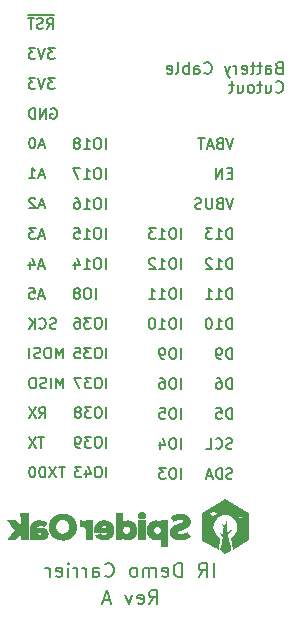
<source format=gbr>
%TF.GenerationSoftware,KiCad,Pcbnew,8.0.8*%
%TF.CreationDate,2025-02-11T14:17:18-06:00*%
%TF.ProjectId,IR Demo FeatherWing,49522044-656d-46f2-9046-656174686572,rev?*%
%TF.SameCoordinates,Original*%
%TF.FileFunction,Legend,Bot*%
%TF.FilePolarity,Positive*%
%FSLAX46Y46*%
G04 Gerber Fmt 4.6, Leading zero omitted, Abs format (unit mm)*
G04 Created by KiCad (PCBNEW 8.0.8) date 2025-02-11 14:17:18*
%MOMM*%
%LPD*%
G01*
G04 APERTURE LIST*
%ADD10C,0.000000*%
%ADD11C,0.150000*%
%ADD12C,0.200000*%
G04 APERTURE END LIST*
D10*
G36*
X151118232Y-122347130D02*
G01*
X151146517Y-122349974D01*
X151174476Y-122354715D01*
X151201946Y-122361351D01*
X151228764Y-122369884D01*
X151254767Y-122380313D01*
X151279793Y-122392638D01*
X151303677Y-122406859D01*
X151326258Y-122422976D01*
X151347372Y-122440989D01*
X151366856Y-122460899D01*
X151384548Y-122482704D01*
X151400284Y-122506406D01*
X151413901Y-122532004D01*
X151425237Y-122559498D01*
X151434128Y-122588888D01*
X151438675Y-122609059D01*
X151442066Y-122628756D01*
X151444293Y-122648003D01*
X151445352Y-122666823D01*
X151445237Y-122685242D01*
X151443940Y-122703283D01*
X151441457Y-122720970D01*
X151437780Y-122738328D01*
X151432905Y-122755381D01*
X151426825Y-122772153D01*
X151419535Y-122788668D01*
X151411027Y-122804951D01*
X151401297Y-122821025D01*
X151390337Y-122836915D01*
X151378143Y-122852645D01*
X151364708Y-122868239D01*
X151341773Y-122891499D01*
X151317649Y-122912055D01*
X151292478Y-122929970D01*
X151266403Y-122945310D01*
X151239565Y-122958137D01*
X151212107Y-122968516D01*
X151184169Y-122976511D01*
X151155895Y-122982186D01*
X151127426Y-122985604D01*
X151098904Y-122986831D01*
X151070472Y-122985930D01*
X151042270Y-122982965D01*
X151014442Y-122978000D01*
X150987129Y-122971100D01*
X150960473Y-122962328D01*
X150934616Y-122951748D01*
X150909700Y-122939424D01*
X150885868Y-122925421D01*
X150863260Y-122909802D01*
X150842019Y-122892632D01*
X150822287Y-122873975D01*
X150804207Y-122853894D01*
X150787919Y-122832453D01*
X150773566Y-122809718D01*
X150761291Y-122785751D01*
X150751234Y-122760617D01*
X150743538Y-122734380D01*
X150738345Y-122707103D01*
X150735797Y-122678852D01*
X150736035Y-122649690D01*
X150739203Y-122619681D01*
X150745441Y-122588888D01*
X150754332Y-122559498D01*
X150765668Y-122532004D01*
X150779285Y-122506406D01*
X150795021Y-122482704D01*
X150812713Y-122460899D01*
X150832197Y-122440989D01*
X150853311Y-122422976D01*
X150875892Y-122406859D01*
X150899776Y-122392638D01*
X150924802Y-122380313D01*
X150950805Y-122369884D01*
X150977623Y-122361351D01*
X151005093Y-122354715D01*
X151033052Y-122349974D01*
X151061337Y-122347130D01*
X151089784Y-122346182D01*
X151118232Y-122347130D01*
G37*
G36*
X143184621Y-124212447D02*
G01*
X143183344Y-124237091D01*
X143180929Y-124261598D01*
X143177399Y-124285927D01*
X143172777Y-124310037D01*
X143167088Y-124333884D01*
X143160356Y-124357428D01*
X143152603Y-124380626D01*
X143143855Y-124403438D01*
X143134134Y-124425820D01*
X143123466Y-124447731D01*
X143111872Y-124469130D01*
X143099379Y-124489975D01*
X143086008Y-124510223D01*
X143071785Y-124529833D01*
X143056733Y-124548763D01*
X143040875Y-124566971D01*
X143024236Y-124584416D01*
X143006839Y-124601056D01*
X142988709Y-124616849D01*
X142969869Y-124631752D01*
X142950343Y-124645725D01*
X142930155Y-124658725D01*
X142909328Y-124670711D01*
X142887887Y-124681641D01*
X142865856Y-124691472D01*
X142843257Y-124700164D01*
X142820116Y-124707674D01*
X142820123Y-124707686D01*
X142799012Y-124713502D01*
X142776925Y-124718811D01*
X142754044Y-124723600D01*
X142730549Y-124727855D01*
X142706623Y-124731565D01*
X142682445Y-124734716D01*
X142658198Y-124737295D01*
X142634063Y-124739290D01*
X142610220Y-124740689D01*
X142586851Y-124741477D01*
X142564138Y-124741642D01*
X142542260Y-124741173D01*
X142521400Y-124740055D01*
X142501739Y-124738276D01*
X142483458Y-124735823D01*
X142466738Y-124732683D01*
X142444323Y-124726884D01*
X142411011Y-124716677D01*
X142370061Y-124702380D01*
X142347741Y-124693796D01*
X142324733Y-124684307D01*
X142301445Y-124673952D01*
X142278284Y-124662772D01*
X142255658Y-124650805D01*
X142233974Y-124638091D01*
X142213639Y-124624669D01*
X142195062Y-124610579D01*
X142178648Y-124595859D01*
X142171380Y-124588275D01*
X142164806Y-124580549D01*
X142166557Y-124656692D01*
X142167038Y-124680100D01*
X142167505Y-124714190D01*
X141604427Y-124720007D01*
X141604427Y-124126446D01*
X142244287Y-124126446D01*
X142244562Y-124130068D01*
X142245386Y-124133964D01*
X142246750Y-124138144D01*
X142248645Y-124142616D01*
X142251064Y-124147390D01*
X142253998Y-124152474D01*
X142257439Y-124157878D01*
X142261378Y-124163611D01*
X142270718Y-124176099D01*
X142281952Y-124190012D01*
X142281954Y-124190012D01*
X142290204Y-124199424D01*
X142299087Y-124208572D01*
X142308520Y-124217408D01*
X142318419Y-124225886D01*
X142328703Y-124233957D01*
X142339288Y-124241575D01*
X142350090Y-124248693D01*
X142361029Y-124255262D01*
X142372020Y-124261236D01*
X142382981Y-124266567D01*
X142393829Y-124271208D01*
X142404482Y-124275111D01*
X142414856Y-124278229D01*
X142424868Y-124280515D01*
X142434436Y-124281921D01*
X142443477Y-124282400D01*
X142447827Y-124282280D01*
X142452121Y-124281921D01*
X142456354Y-124281331D01*
X142460521Y-124280515D01*
X142464617Y-124279479D01*
X142468636Y-124278229D01*
X142472573Y-124276771D01*
X142476422Y-124275111D01*
X142480178Y-124273254D01*
X142483835Y-124271208D01*
X142487388Y-124268976D01*
X142490831Y-124266567D01*
X142494160Y-124263985D01*
X142497368Y-124261236D01*
X142500450Y-124258326D01*
X142503401Y-124255262D01*
X142506215Y-124252049D01*
X142508888Y-124248693D01*
X142511412Y-124245200D01*
X142513784Y-124241575D01*
X142515997Y-124237826D01*
X142518046Y-124233957D01*
X142519926Y-124229975D01*
X142521631Y-124225886D01*
X142523155Y-124221695D01*
X142524494Y-124217408D01*
X142525643Y-124213032D01*
X142526594Y-124208572D01*
X142527344Y-124204034D01*
X142527886Y-124199424D01*
X142528215Y-124194748D01*
X142528326Y-124190012D01*
X142528153Y-124184588D01*
X142527638Y-124179312D01*
X142526783Y-124174184D01*
X142525590Y-124169208D01*
X142524063Y-124164383D01*
X142522204Y-124159713D01*
X142520017Y-124155197D01*
X142517503Y-124150840D01*
X142514667Y-124146641D01*
X142511511Y-124142602D01*
X142508037Y-124138725D01*
X142504248Y-124135012D01*
X142500148Y-124131465D01*
X142495739Y-124128084D01*
X142486006Y-124121830D01*
X142475071Y-124116263D01*
X142462958Y-124111396D01*
X142449688Y-124107242D01*
X142435286Y-124103814D01*
X142419773Y-124101125D01*
X142403172Y-124099189D01*
X142385506Y-124098017D01*
X142366798Y-124097624D01*
X142342623Y-124097803D01*
X142321276Y-124098389D01*
X142302689Y-124099455D01*
X142294411Y-124100190D01*
X142286797Y-124101073D01*
X142279841Y-124102112D01*
X142273533Y-124103316D01*
X142267865Y-124104694D01*
X142262829Y-124106256D01*
X142258417Y-124108010D01*
X142254619Y-124109966D01*
X142251429Y-124112133D01*
X142248837Y-124114520D01*
X142246835Y-124117135D01*
X142245415Y-124119989D01*
X142244568Y-124123089D01*
X142244287Y-124126446D01*
X141604427Y-124126446D01*
X141604427Y-124105574D01*
X141604593Y-124004643D01*
X141605209Y-123914763D01*
X141606457Y-123835019D01*
X141608517Y-123764493D01*
X141611569Y-123702270D01*
X141615792Y-123647433D01*
X141618399Y-123622498D01*
X141621367Y-123599066D01*
X141624719Y-123577022D01*
X141628475Y-123556252D01*
X141632660Y-123536642D01*
X141637296Y-123518076D01*
X141642404Y-123500441D01*
X141648009Y-123483621D01*
X141654131Y-123467503D01*
X141660795Y-123451971D01*
X141668021Y-123436912D01*
X141675834Y-123422210D01*
X141684254Y-123407751D01*
X141693306Y-123393421D01*
X141703011Y-123379104D01*
X141713392Y-123364688D01*
X141736271Y-123335094D01*
X141762125Y-123303725D01*
X141780506Y-123282863D01*
X141800014Y-123262585D01*
X141820544Y-123242957D01*
X141841990Y-123224042D01*
X141864244Y-123205906D01*
X141887202Y-123188615D01*
X141910756Y-123172234D01*
X141934802Y-123156827D01*
X141959232Y-123142461D01*
X141983940Y-123129200D01*
X142008821Y-123117109D01*
X142033768Y-123106254D01*
X142058675Y-123096700D01*
X142083436Y-123088512D01*
X142107945Y-123081755D01*
X142132095Y-123076494D01*
X142183851Y-123068479D01*
X142239177Y-123063027D01*
X142297368Y-123060039D01*
X142357718Y-123059414D01*
X142419524Y-123061050D01*
X142482081Y-123064849D01*
X142544685Y-123070708D01*
X142606630Y-123078527D01*
X142667212Y-123088206D01*
X142725727Y-123099644D01*
X142781469Y-123112741D01*
X142833734Y-123127395D01*
X142881819Y-123143506D01*
X142925017Y-123160974D01*
X142962624Y-123179697D01*
X142993936Y-123199576D01*
X143011560Y-123212411D01*
X143024794Y-123221943D01*
X143043406Y-123235050D01*
X143060403Y-123246812D01*
X143086414Y-123265143D01*
X143079301Y-123282576D01*
X143071650Y-123300632D01*
X143063114Y-123319630D01*
X143053347Y-123339888D01*
X143042004Y-123361726D01*
X143028738Y-123385463D01*
X143013204Y-123411419D01*
X142995056Y-123439913D01*
X142960652Y-123491682D01*
X142930670Y-123536233D01*
X142917536Y-123555974D01*
X142905744Y-123574117D01*
X142895374Y-123590730D01*
X142886505Y-123605883D01*
X142855026Y-123599813D01*
X142825298Y-123593648D01*
X142768223Y-123581627D01*
X142739437Y-123576068D01*
X142709528Y-123571008D01*
X142677776Y-123566595D01*
X142643463Y-123562979D01*
X142617990Y-123561001D01*
X142592423Y-123559563D01*
X142566896Y-123558668D01*
X142541546Y-123558319D01*
X142516509Y-123558521D01*
X142491921Y-123559276D01*
X142467917Y-123560590D01*
X142444632Y-123562465D01*
X142422204Y-123564906D01*
X142400767Y-123567916D01*
X142380458Y-123571499D01*
X142361413Y-123575658D01*
X142343766Y-123580397D01*
X142327654Y-123585721D01*
X142313213Y-123591632D01*
X142300579Y-123598135D01*
X142292696Y-123602579D01*
X142285726Y-123606259D01*
X142273923Y-123611993D01*
X142263963Y-123616668D01*
X142259298Y-123619025D01*
X142254642Y-123621618D01*
X142249843Y-123624612D01*
X142244752Y-123628175D01*
X142239218Y-123632473D01*
X142233089Y-123637672D01*
X142226215Y-123643938D01*
X142218445Y-123651440D01*
X142209629Y-123660343D01*
X142199615Y-123670813D01*
X142259069Y-123669355D01*
X142320991Y-123667124D01*
X142389005Y-123665241D01*
X142426428Y-123664780D01*
X142466732Y-123664828D01*
X142500124Y-123665580D01*
X142533109Y-123667332D01*
X142565656Y-123670067D01*
X142597732Y-123673763D01*
X142629305Y-123678402D01*
X142660341Y-123683964D01*
X142690810Y-123690429D01*
X142720678Y-123697778D01*
X142749913Y-123705991D01*
X142778482Y-123715050D01*
X142806354Y-123724934D01*
X142833495Y-123735624D01*
X142859874Y-123747100D01*
X142885458Y-123759344D01*
X142910214Y-123772335D01*
X142934110Y-123786053D01*
X142957115Y-123800481D01*
X142979194Y-123815597D01*
X143000317Y-123831383D01*
X143020450Y-123847819D01*
X143039562Y-123864885D01*
X143057619Y-123882562D01*
X143074590Y-123900831D01*
X143090441Y-123919671D01*
X143105142Y-123939064D01*
X143118658Y-123958991D01*
X143130958Y-123979430D01*
X143142010Y-124000364D01*
X143151780Y-124021772D01*
X143160238Y-124043635D01*
X143167349Y-124065934D01*
X143173082Y-124088648D01*
X143177859Y-124113346D01*
X143181377Y-124138117D01*
X143183661Y-124162919D01*
X143184734Y-124187709D01*
X143184723Y-124190012D01*
X143184621Y-124212447D01*
G37*
G36*
X148729979Y-123715542D02*
G01*
X148740418Y-123776918D01*
X148746804Y-123839592D01*
X148749000Y-123903338D01*
X148748382Y-123943222D01*
X148746458Y-123982229D01*
X148743235Y-124020351D01*
X148738716Y-124057586D01*
X148732904Y-124093926D01*
X148725805Y-124129367D01*
X148717421Y-124163904D01*
X148707758Y-124197532D01*
X148696819Y-124230245D01*
X148684609Y-124262039D01*
X148671130Y-124292908D01*
X148656389Y-124322848D01*
X148640388Y-124351852D01*
X148623131Y-124379916D01*
X148604623Y-124407035D01*
X148584868Y-124433203D01*
X148563870Y-124458416D01*
X148541633Y-124482669D01*
X148518161Y-124505955D01*
X148493459Y-124528270D01*
X148467529Y-124549609D01*
X148440376Y-124569967D01*
X148412005Y-124589339D01*
X148382420Y-124607719D01*
X148351624Y-124625102D01*
X148319621Y-124641483D01*
X148286417Y-124656857D01*
X148252014Y-124671219D01*
X148216416Y-124684564D01*
X148179629Y-124696886D01*
X148141656Y-124708181D01*
X148102501Y-124718443D01*
X148102485Y-124718413D01*
X148102470Y-124718385D01*
X148102440Y-124718329D01*
X148072891Y-124724874D01*
X148042771Y-124730198D01*
X148012151Y-124734337D01*
X147981099Y-124737330D01*
X147917982Y-124740023D01*
X147853979Y-124738576D01*
X147789649Y-124733286D01*
X147725551Y-124724451D01*
X147662245Y-124712370D01*
X147600289Y-124697341D01*
X147540243Y-124679661D01*
X147482665Y-124659628D01*
X147428115Y-124637541D01*
X147377152Y-124613697D01*
X147330334Y-124588395D01*
X147288221Y-124561933D01*
X147251372Y-124534609D01*
X147220346Y-124506720D01*
X147213550Y-124499706D01*
X147206597Y-124492180D01*
X147192342Y-124475758D01*
X147177819Y-124457795D01*
X147163266Y-124438629D01*
X147148924Y-124418602D01*
X147135029Y-124398053D01*
X147121820Y-124377322D01*
X147109537Y-124356749D01*
X147121957Y-124348407D01*
X147134450Y-124340471D01*
X147147062Y-124332894D01*
X147159838Y-124325629D01*
X147186064Y-124311853D01*
X147213493Y-124298773D01*
X147242488Y-124286018D01*
X147273415Y-124273218D01*
X147342520Y-124246004D01*
X147372391Y-124234918D01*
X147401029Y-124225132D01*
X147457780Y-124206781D01*
X147487485Y-124196877D01*
X147519135Y-124185596D01*
X147553526Y-124172267D01*
X147591453Y-124156222D01*
X147602436Y-124169492D01*
X147613439Y-124181916D01*
X147624446Y-124193522D01*
X147635443Y-124204338D01*
X147646417Y-124214392D01*
X147657352Y-124223710D01*
X147668235Y-124232321D01*
X147679052Y-124240253D01*
X147689787Y-124247533D01*
X147700426Y-124254189D01*
X147710956Y-124260248D01*
X147721362Y-124265739D01*
X147731630Y-124270688D01*
X147741745Y-124275124D01*
X147751693Y-124279075D01*
X147761459Y-124282567D01*
X147780391Y-124288289D01*
X147798426Y-124292512D01*
X147815450Y-124295457D01*
X147831347Y-124297346D01*
X147846004Y-124298399D01*
X147859305Y-124298840D01*
X147881386Y-124298769D01*
X147895188Y-124298009D01*
X147908591Y-124296206D01*
X147921594Y-124293429D01*
X147934193Y-124289749D01*
X147946386Y-124285235D01*
X147958169Y-124279958D01*
X147969542Y-124273987D01*
X147980500Y-124267393D01*
X147991042Y-124260246D01*
X148001164Y-124252615D01*
X148010865Y-124244571D01*
X148020141Y-124236183D01*
X148028990Y-124227523D01*
X148037409Y-124218658D01*
X148052948Y-124200600D01*
X148066737Y-124182569D01*
X148078755Y-124165125D01*
X148088981Y-124148828D01*
X148097395Y-124134238D01*
X148108701Y-124112419D01*
X148112507Y-124104151D01*
X147548101Y-124102988D01*
X147286329Y-124100264D01*
X147241946Y-124099956D01*
X147205263Y-124099944D01*
X147146382Y-124100509D01*
X147092454Y-124101358D01*
X147026247Y-124101893D01*
X147024853Y-123866644D01*
X147026773Y-123809660D01*
X147032337Y-123754182D01*
X147041422Y-123700281D01*
X147044677Y-123686659D01*
X147680752Y-123686659D01*
X147680754Y-123686659D01*
X147701193Y-123687558D01*
X147720633Y-123688044D01*
X147761314Y-123688143D01*
X147883459Y-123687357D01*
X147955070Y-123687183D01*
X148007345Y-123686834D01*
X148049223Y-123686572D01*
X148089643Y-123686659D01*
X148084800Y-123676106D01*
X148079752Y-123665966D01*
X148074508Y-123656235D01*
X148069081Y-123646906D01*
X148063481Y-123637975D01*
X148057720Y-123629437D01*
X148051809Y-123621287D01*
X148045759Y-123613519D01*
X148039580Y-123606128D01*
X148033286Y-123599110D01*
X148026885Y-123592459D01*
X148020390Y-123586170D01*
X148013812Y-123580237D01*
X148007161Y-123574656D01*
X148000449Y-123569422D01*
X147993688Y-123564529D01*
X147980060Y-123555747D01*
X147966366Y-123548270D01*
X147952695Y-123542055D01*
X147939136Y-123537062D01*
X147925779Y-123533250D01*
X147912712Y-123530579D01*
X147900026Y-123529006D01*
X147887808Y-123528490D01*
X147881688Y-123528658D01*
X147875301Y-123529158D01*
X147861821Y-123531149D01*
X147847564Y-123534443D01*
X147832725Y-123539020D01*
X147817501Y-123544859D01*
X147802089Y-123551940D01*
X147786684Y-123560243D01*
X147771482Y-123569749D01*
X147756681Y-123580437D01*
X147749491Y-123586218D01*
X147742475Y-123592287D01*
X147735658Y-123598641D01*
X147729063Y-123605278D01*
X147722715Y-123612196D01*
X147716638Y-123619391D01*
X147710858Y-123626862D01*
X147705399Y-123634606D01*
X147700285Y-123642620D01*
X147695540Y-123650903D01*
X147691190Y-123659450D01*
X147687259Y-123668260D01*
X147683771Y-123677331D01*
X147680752Y-123686659D01*
X147044677Y-123686659D01*
X147053907Y-123648027D01*
X147069670Y-123597491D01*
X147088587Y-123548742D01*
X147110538Y-123501852D01*
X147135400Y-123456891D01*
X147163051Y-123413928D01*
X147193368Y-123373034D01*
X147226230Y-123334280D01*
X147261515Y-123297736D01*
X147299101Y-123263472D01*
X147338864Y-123231559D01*
X147380684Y-123202066D01*
X147424438Y-123175064D01*
X147470004Y-123150624D01*
X147517261Y-123128816D01*
X147566085Y-123109710D01*
X147616354Y-123093376D01*
X147667948Y-123079885D01*
X147720742Y-123069307D01*
X147774617Y-123061712D01*
X147829448Y-123057172D01*
X147885115Y-123055755D01*
X147941495Y-123057533D01*
X147998466Y-123062575D01*
X148055905Y-123070953D01*
X148113692Y-123082736D01*
X148171703Y-123097994D01*
X148229816Y-123116799D01*
X148287910Y-123139220D01*
X148338552Y-123163036D01*
X148386924Y-123191105D01*
X148432888Y-123223199D01*
X148476308Y-123259091D01*
X148517047Y-123298554D01*
X148554968Y-123341361D01*
X148589933Y-123387284D01*
X148621805Y-123436096D01*
X148650447Y-123487570D01*
X148675723Y-123541479D01*
X148697495Y-123597596D01*
X148715626Y-123655692D01*
X148723053Y-123686659D01*
X148729979Y-123715542D01*
G37*
G36*
X160160232Y-122789107D02*
G01*
X160172035Y-123602995D01*
X160176680Y-124181504D01*
X160174798Y-124765024D01*
X159497272Y-125161051D01*
X159232813Y-125313801D01*
X159013602Y-125436892D01*
X158862454Y-125517762D01*
X158819533Y-125538437D01*
X158807483Y-125543147D01*
X158802183Y-125543844D01*
X158799987Y-125539906D01*
X158797046Y-125531014D01*
X158789127Y-125499419D01*
X158778825Y-125451152D01*
X158766536Y-125388308D01*
X158752657Y-125312982D01*
X158737588Y-125227268D01*
X158721723Y-125133260D01*
X158705462Y-125033053D01*
X158626305Y-124535612D01*
X158870032Y-124291888D01*
X158900505Y-124260844D01*
X158928981Y-124230515D01*
X158955506Y-124200639D01*
X158980127Y-124170956D01*
X159002890Y-124141205D01*
X159023841Y-124111124D01*
X159043028Y-124080453D01*
X159060496Y-124048930D01*
X159076292Y-124016295D01*
X159090463Y-123982286D01*
X159103054Y-123946644D01*
X159114113Y-123909106D01*
X159123686Y-123869411D01*
X159131819Y-123827300D01*
X159138560Y-123782510D01*
X159143953Y-123734782D01*
X159149327Y-123664607D01*
X159151598Y-123597533D01*
X159150690Y-123533354D01*
X159146523Y-123471863D01*
X159139020Y-123412856D01*
X159128101Y-123356127D01*
X159113689Y-123301469D01*
X159095705Y-123248678D01*
X159074071Y-123197548D01*
X159048709Y-123147874D01*
X159019540Y-123099448D01*
X158986486Y-123052067D01*
X158949468Y-123005524D01*
X158908409Y-122959614D01*
X158863230Y-122914130D01*
X158813852Y-122868868D01*
X158778114Y-122838615D01*
X158741882Y-122810164D01*
X158718184Y-122792956D01*
X159168014Y-122792956D01*
X159197255Y-122794959D01*
X159224374Y-122798146D01*
X159249419Y-122802618D01*
X159261178Y-122805368D01*
X159272434Y-122808477D01*
X159283194Y-122811959D01*
X159293464Y-122815825D01*
X159303248Y-122820089D01*
X159312554Y-122824763D01*
X159321385Y-122829860D01*
X159329749Y-122835393D01*
X159337650Y-122841374D01*
X159345095Y-122847816D01*
X159352088Y-122854731D01*
X159358636Y-122862133D01*
X159364744Y-122870034D01*
X159370418Y-122878447D01*
X159375663Y-122887384D01*
X159380485Y-122896858D01*
X159384890Y-122906882D01*
X159388884Y-122917468D01*
X159392471Y-122928630D01*
X159395658Y-122940379D01*
X159398451Y-122952729D01*
X159400854Y-122965692D01*
X159404515Y-122993509D01*
X159406688Y-123023932D01*
X159406903Y-123010082D01*
X159407551Y-122996680D01*
X159408636Y-122983724D01*
X159410162Y-122971210D01*
X159412134Y-122959136D01*
X159414555Y-122947500D01*
X159417430Y-122936297D01*
X159420764Y-122925526D01*
X159424559Y-122915183D01*
X159428822Y-122905267D01*
X159433555Y-122895773D01*
X159438763Y-122886699D01*
X159444451Y-122878042D01*
X159450622Y-122869801D01*
X159457281Y-122861970D01*
X159464432Y-122854549D01*
X159472079Y-122847533D01*
X159480227Y-122840921D01*
X159488879Y-122834709D01*
X159498041Y-122828895D01*
X159507715Y-122823475D01*
X159517907Y-122818448D01*
X159528620Y-122813809D01*
X159539860Y-122809557D01*
X159551629Y-122805688D01*
X159563933Y-122802200D01*
X159576775Y-122799089D01*
X159590160Y-122796354D01*
X159604092Y-122793991D01*
X159618575Y-122791997D01*
X159649212Y-122789107D01*
X159618489Y-122788245D01*
X159589837Y-122785642D01*
X159576284Y-122783677D01*
X159563248Y-122781267D01*
X159550725Y-122778407D01*
X159538717Y-122775093D01*
X159527222Y-122771323D01*
X159516239Y-122767092D01*
X159505768Y-122762398D01*
X159495808Y-122757236D01*
X159486358Y-122751604D01*
X159477418Y-122745497D01*
X159468987Y-122738912D01*
X159461064Y-122731845D01*
X159453648Y-122724294D01*
X159446740Y-122716254D01*
X159440337Y-122707722D01*
X159434440Y-122698695D01*
X159429048Y-122689168D01*
X159424159Y-122679139D01*
X159419774Y-122668604D01*
X159415891Y-122657559D01*
X159412511Y-122646001D01*
X159409631Y-122633927D01*
X159407252Y-122621332D01*
X159405372Y-122608214D01*
X159403992Y-122594568D01*
X159403110Y-122580392D01*
X159402726Y-122565681D01*
X159402839Y-122550432D01*
X159401343Y-122581027D01*
X159398275Y-122609326D01*
X159396138Y-122622631D01*
X159393593Y-122635381D01*
X159390635Y-122647583D01*
X159387260Y-122659243D01*
X159383461Y-122670367D01*
X159379234Y-122680961D01*
X159374575Y-122691033D01*
X159369478Y-122700588D01*
X159363938Y-122709633D01*
X159357951Y-122718173D01*
X159351511Y-122726216D01*
X159344613Y-122733768D01*
X159337254Y-122740835D01*
X159329427Y-122747423D01*
X159321127Y-122753539D01*
X159312351Y-122759189D01*
X159303092Y-122764380D01*
X159293346Y-122769117D01*
X159283109Y-122773407D01*
X159272374Y-122777257D01*
X159261137Y-122780672D01*
X159249394Y-122783660D01*
X159237139Y-122786226D01*
X159224367Y-122788377D01*
X159197254Y-122791459D01*
X159168014Y-122792956D01*
X158718184Y-122792956D01*
X158705183Y-122783516D01*
X158668045Y-122758674D01*
X158630495Y-122735639D01*
X158592560Y-122714411D01*
X158554267Y-122694993D01*
X158515644Y-122677386D01*
X158476718Y-122661592D01*
X158437515Y-122647611D01*
X158398064Y-122635446D01*
X158358392Y-122625097D01*
X158318525Y-122616567D01*
X158278491Y-122609856D01*
X158238317Y-122604966D01*
X158198030Y-122601898D01*
X158157658Y-122600655D01*
X158117227Y-122601237D01*
X158076766Y-122603646D01*
X158036301Y-122607883D01*
X157995859Y-122613950D01*
X157955468Y-122621848D01*
X157915155Y-122631578D01*
X157874947Y-122643143D01*
X157834871Y-122656543D01*
X157794955Y-122671780D01*
X157755226Y-122688856D01*
X157715710Y-122707771D01*
X157676436Y-122728528D01*
X157637430Y-122751127D01*
X157598720Y-122775570D01*
X157560333Y-122801859D01*
X157517640Y-122834939D01*
X157475786Y-122872581D01*
X157435035Y-122914294D01*
X157395652Y-122959592D01*
X157357901Y-123007986D01*
X157322047Y-123058986D01*
X157288353Y-123112104D01*
X157257083Y-123166851D01*
X157228503Y-123222740D01*
X157202876Y-123279280D01*
X157180467Y-123335984D01*
X157161539Y-123392364D01*
X157146358Y-123447929D01*
X157135186Y-123502192D01*
X157128290Y-123554664D01*
X157126527Y-123580076D01*
X157125933Y-123604857D01*
X157128214Y-123653089D01*
X157134888Y-123703907D01*
X157145704Y-123756825D01*
X157160408Y-123811358D01*
X157178748Y-123867021D01*
X157200471Y-123923330D01*
X157225324Y-123979798D01*
X157253055Y-124035942D01*
X157283411Y-124091276D01*
X157316140Y-124145314D01*
X157350988Y-124197573D01*
X157387703Y-124247567D01*
X157426033Y-124294811D01*
X157465725Y-124338820D01*
X157506526Y-124379110D01*
X157548183Y-124415194D01*
X157727549Y-124559553D01*
X157663430Y-124971457D01*
X157637939Y-125135304D01*
X157613989Y-125283078D01*
X157602175Y-125350748D01*
X157590248Y-125414169D01*
X157578041Y-125473267D01*
X157565387Y-125527964D01*
X157334188Y-125417253D01*
X157258464Y-125380403D01*
X157194952Y-125348651D01*
X157061446Y-125278729D01*
X156847441Y-125164057D01*
X156171238Y-124802077D01*
X156171238Y-122495940D01*
X156692735Y-122495940D01*
X156746304Y-122499752D01*
X156795989Y-122505817D01*
X156841873Y-122514327D01*
X156863416Y-122519560D01*
X156884039Y-122525477D01*
X156903753Y-122532102D01*
X156922568Y-122539459D01*
X156940495Y-122547572D01*
X156957544Y-122556466D01*
X156973725Y-122566164D01*
X156989049Y-122576691D01*
X157003526Y-122588070D01*
X157017166Y-122600327D01*
X157029979Y-122613484D01*
X157041977Y-122627567D01*
X157053168Y-122642600D01*
X157063564Y-122658605D01*
X157073175Y-122675609D01*
X157082011Y-122693634D01*
X157090082Y-122712705D01*
X157097400Y-122732846D01*
X157103973Y-122754081D01*
X157109813Y-122776435D01*
X157114929Y-122799931D01*
X157119332Y-122824594D01*
X157126042Y-122877515D01*
X157130023Y-122935393D01*
X157131603Y-122883547D01*
X157133590Y-122858897D01*
X157136385Y-122835090D01*
X157139996Y-122812119D01*
X157144431Y-122789980D01*
X157149697Y-122768666D01*
X157155802Y-122748173D01*
X157162755Y-122728495D01*
X157170562Y-122709627D01*
X157179232Y-122691564D01*
X157188772Y-122674299D01*
X157199190Y-122657829D01*
X157210494Y-122642147D01*
X157222692Y-122627248D01*
X157235791Y-122613127D01*
X157249799Y-122599778D01*
X157264724Y-122587196D01*
X157280573Y-122575376D01*
X157297355Y-122564313D01*
X157315077Y-122554000D01*
X157333747Y-122544433D01*
X157353372Y-122535607D01*
X157373962Y-122527515D01*
X157395522Y-122520153D01*
X157418061Y-122513515D01*
X157441587Y-122507597D01*
X157466107Y-122502392D01*
X157491630Y-122497895D01*
X157518163Y-122494101D01*
X157574289Y-122488600D01*
X157518006Y-122486964D01*
X157491286Y-122484906D01*
X157465513Y-122482013D01*
X157440686Y-122478277D01*
X157416802Y-122473693D01*
X157393861Y-122468254D01*
X157371861Y-122461952D01*
X157350802Y-122454782D01*
X157330681Y-122446735D01*
X157311498Y-122437807D01*
X157293250Y-122427989D01*
X157275938Y-122417276D01*
X157259560Y-122405660D01*
X157244113Y-122393135D01*
X157229598Y-122379694D01*
X157216013Y-122365330D01*
X157203356Y-122350037D01*
X157191626Y-122333808D01*
X157180822Y-122316636D01*
X157170943Y-122298514D01*
X157161987Y-122279437D01*
X157153953Y-122259396D01*
X157146839Y-122238386D01*
X157140646Y-122216399D01*
X157135370Y-122193429D01*
X157131011Y-122169470D01*
X157127568Y-122144514D01*
X157125039Y-122118555D01*
X157123423Y-122091585D01*
X157122719Y-122063599D01*
X157122926Y-122034590D01*
X157120186Y-122092793D01*
X157114565Y-122146630D01*
X157110651Y-122171941D01*
X157105989Y-122196196D01*
X157100570Y-122219408D01*
X157094386Y-122241588D01*
X157087427Y-122262750D01*
X157079685Y-122282904D01*
X157071149Y-122302063D01*
X157061811Y-122320239D01*
X157051663Y-122337444D01*
X157040695Y-122353690D01*
X157028897Y-122368990D01*
X157016262Y-122383355D01*
X157002779Y-122396797D01*
X156988440Y-122409329D01*
X156973236Y-122420963D01*
X156957158Y-122431710D01*
X156940196Y-122441583D01*
X156922342Y-122450593D01*
X156903587Y-122458754D01*
X156883921Y-122466076D01*
X156863336Y-122472573D01*
X156841822Y-122478256D01*
X156819371Y-122483137D01*
X156795973Y-122487229D01*
X156746302Y-122493091D01*
X156692735Y-122495940D01*
X156171238Y-122495940D01*
X156171238Y-122419310D01*
X157162023Y-121851015D01*
X158152929Y-121282717D01*
X159102211Y-121832609D01*
X159824518Y-122251263D01*
X160064139Y-122392104D01*
X160131442Y-122433084D01*
X160155310Y-122449744D01*
X160155874Y-122488600D01*
X160160232Y-122789107D01*
G37*
G36*
X153307129Y-125329451D02*
G01*
X152691198Y-125329451D01*
X152691198Y-124660525D01*
X152494417Y-124716959D01*
X152441038Y-124730351D01*
X152388018Y-124739896D01*
X152335464Y-124745694D01*
X152283479Y-124747849D01*
X152232171Y-124746462D01*
X152181645Y-124741637D01*
X152132008Y-124733476D01*
X152083364Y-124722081D01*
X152035820Y-124707554D01*
X151989482Y-124689998D01*
X151944455Y-124669515D01*
X151900845Y-124646207D01*
X151858758Y-124620177D01*
X151818300Y-124591528D01*
X151779576Y-124560361D01*
X151742693Y-124526779D01*
X151707756Y-124490885D01*
X151674872Y-124452780D01*
X151644145Y-124412568D01*
X151615682Y-124370350D01*
X151589589Y-124326228D01*
X151565971Y-124280306D01*
X151544934Y-124232686D01*
X151526584Y-124183469D01*
X151511027Y-124132759D01*
X151498369Y-124080657D01*
X151488715Y-124027266D01*
X151482172Y-123972689D01*
X151479155Y-123922232D01*
X152122916Y-123922232D01*
X152123452Y-123937181D01*
X152124676Y-123952086D01*
X152126585Y-123966925D01*
X152129176Y-123981677D01*
X152132445Y-123996321D01*
X152136387Y-124010836D01*
X152140999Y-124025200D01*
X152146276Y-124039392D01*
X152152216Y-124053391D01*
X152158814Y-124067176D01*
X152166066Y-124080726D01*
X152173969Y-124094019D01*
X152182518Y-124107034D01*
X152191711Y-124119751D01*
X152201542Y-124132147D01*
X152201542Y-124132139D01*
X152210822Y-124142697D01*
X152220541Y-124152552D01*
X152230672Y-124161705D01*
X152241192Y-124170157D01*
X152252077Y-124177907D01*
X152263302Y-124184957D01*
X152274842Y-124191307D01*
X152286673Y-124196957D01*
X152298770Y-124201908D01*
X152311110Y-124206161D01*
X152323668Y-124209715D01*
X152336418Y-124212573D01*
X152349338Y-124214733D01*
X152362402Y-124216196D01*
X152375587Y-124216964D01*
X152388866Y-124217036D01*
X152402217Y-124216413D01*
X152415615Y-124215096D01*
X152429035Y-124213084D01*
X152442453Y-124210380D01*
X152455844Y-124206982D01*
X152469184Y-124202892D01*
X152482449Y-124198109D01*
X152495614Y-124192636D01*
X152508655Y-124186471D01*
X152521546Y-124179616D01*
X152534265Y-124172071D01*
X152546786Y-124163836D01*
X152559085Y-124154913D01*
X152571138Y-124145301D01*
X152582920Y-124135001D01*
X152594406Y-124124014D01*
X152606456Y-124111414D01*
X152617657Y-124098570D01*
X152628012Y-124085494D01*
X152637520Y-124072199D01*
X152646182Y-124058697D01*
X152654000Y-124045002D01*
X152660973Y-124031125D01*
X152667104Y-124017079D01*
X152672392Y-124002877D01*
X152676839Y-123988531D01*
X152680446Y-123974053D01*
X152683213Y-123959458D01*
X152685141Y-123944755D01*
X152686230Y-123929960D01*
X152686483Y-123915083D01*
X152685899Y-123900138D01*
X152684480Y-123885137D01*
X152682226Y-123870093D01*
X152679138Y-123855018D01*
X152675217Y-123839924D01*
X152670464Y-123824825D01*
X152664879Y-123809733D01*
X152658464Y-123794660D01*
X152651219Y-123779620D01*
X152643146Y-123764623D01*
X152634244Y-123749684D01*
X152624516Y-123734815D01*
X152613960Y-123720027D01*
X152602580Y-123705335D01*
X152590375Y-123690750D01*
X152577346Y-123676284D01*
X152563494Y-123661951D01*
X152555055Y-123654177D01*
X152546061Y-123647134D01*
X152536552Y-123640804D01*
X152526570Y-123635167D01*
X152516156Y-123630204D01*
X152505352Y-123625897D01*
X152494199Y-123622226D01*
X152482738Y-123619173D01*
X152471011Y-123616718D01*
X152459058Y-123614843D01*
X152446923Y-123613528D01*
X152434645Y-123612755D01*
X152409829Y-123612757D01*
X152384941Y-123614699D01*
X152360312Y-123618427D01*
X152336273Y-123623790D01*
X152313156Y-123630636D01*
X152291291Y-123638815D01*
X152271010Y-123648172D01*
X152252643Y-123658558D01*
X152244281Y-123664089D01*
X152236521Y-123669820D01*
X152229406Y-123675733D01*
X152222976Y-123681807D01*
X152211208Y-123694271D01*
X152200194Y-123707052D01*
X152189931Y-123720126D01*
X152180415Y-123733474D01*
X152171642Y-123747075D01*
X152163608Y-123760906D01*
X152156309Y-123774947D01*
X152149742Y-123789177D01*
X152143902Y-123803574D01*
X152138786Y-123818117D01*
X152134390Y-123832785D01*
X152130710Y-123847557D01*
X152127743Y-123862412D01*
X152125483Y-123877328D01*
X152123928Y-123892284D01*
X152123074Y-123907259D01*
X152122916Y-123922232D01*
X151479155Y-123922232D01*
X151478844Y-123917028D01*
X151478839Y-123860385D01*
X151482262Y-123802862D01*
X151489218Y-123744562D01*
X151497247Y-123700022D01*
X151507834Y-123656421D01*
X151520877Y-123613825D01*
X151536277Y-123572294D01*
X151553934Y-123531892D01*
X151573748Y-123492683D01*
X151595618Y-123454728D01*
X151619445Y-123418092D01*
X151645129Y-123382836D01*
X151672570Y-123349023D01*
X151701666Y-123316717D01*
X151732320Y-123285981D01*
X151764430Y-123256877D01*
X151797896Y-123229468D01*
X151832619Y-123203817D01*
X151868498Y-123179987D01*
X151905433Y-123158041D01*
X151943324Y-123138041D01*
X151982072Y-123120052D01*
X152021576Y-123104135D01*
X152061736Y-123090353D01*
X152102452Y-123078770D01*
X152143624Y-123069448D01*
X152185152Y-123062450D01*
X152226935Y-123057840D01*
X152268875Y-123055679D01*
X152310871Y-123056031D01*
X152352822Y-123058959D01*
X152394629Y-123064525D01*
X152436192Y-123072793D01*
X152477410Y-123083825D01*
X152518184Y-123097685D01*
X152537347Y-123105063D01*
X152557885Y-123113337D01*
X152579359Y-123122465D01*
X152601330Y-123132406D01*
X152623360Y-123143117D01*
X152645010Y-123154558D01*
X152655555Y-123160539D01*
X152665841Y-123166686D01*
X152675813Y-123172995D01*
X152685415Y-123179461D01*
X152686689Y-123114835D01*
X152687871Y-123083066D01*
X152688778Y-123066416D01*
X152689966Y-123048910D01*
X152999162Y-123050539D01*
X153307129Y-123050539D01*
X153307129Y-123915083D01*
X153307129Y-125329451D01*
G37*
G36*
X154483917Y-122499738D02*
G01*
X154565250Y-122510821D01*
X154644332Y-122528048D01*
X154720589Y-122551672D01*
X154757479Y-122565960D01*
X154793447Y-122581942D01*
X154830723Y-122600868D01*
X154866424Y-122621470D01*
X154900525Y-122643660D01*
X154933001Y-122667347D01*
X154963826Y-122692441D01*
X154992974Y-122718853D01*
X155020419Y-122746494D01*
X155046136Y-122775272D01*
X155070098Y-122805100D01*
X155092281Y-122835886D01*
X155112658Y-122867541D01*
X155131204Y-122899976D01*
X155147893Y-122933100D01*
X155162699Y-122966825D01*
X155175597Y-123001060D01*
X155186560Y-123035715D01*
X155195564Y-123070702D01*
X155202582Y-123105929D01*
X155207588Y-123141308D01*
X155210558Y-123176748D01*
X155211464Y-123212161D01*
X155210282Y-123247456D01*
X155206986Y-123282543D01*
X155201550Y-123317333D01*
X155193948Y-123351736D01*
X155184155Y-123385662D01*
X155172144Y-123419022D01*
X155157891Y-123451726D01*
X155141369Y-123483684D01*
X155122553Y-123514807D01*
X155101416Y-123545004D01*
X155077934Y-123574187D01*
X155061283Y-123591916D01*
X155041346Y-123610334D01*
X155018339Y-123629321D01*
X154992481Y-123648754D01*
X154963988Y-123668515D01*
X154933080Y-123688481D01*
X154899973Y-123708533D01*
X154864885Y-123728549D01*
X154828034Y-123748409D01*
X154789637Y-123767992D01*
X154749913Y-123787178D01*
X154709078Y-123805846D01*
X154667351Y-123823875D01*
X154624950Y-123841145D01*
X154582091Y-123857534D01*
X154538994Y-123872923D01*
X154493914Y-123888839D01*
X154451085Y-123904769D01*
X154410598Y-123920661D01*
X154372544Y-123936463D01*
X154337013Y-123952125D01*
X154304095Y-123967594D01*
X154273883Y-123982819D01*
X154246465Y-123997749D01*
X154221934Y-124012331D01*
X154210779Y-124019476D01*
X154200379Y-124026515D01*
X154190746Y-124033442D01*
X154181891Y-124040249D01*
X154173826Y-124046932D01*
X154166562Y-124053482D01*
X154160109Y-124059894D01*
X154154481Y-124066161D01*
X154149687Y-124072278D01*
X154145739Y-124078236D01*
X154142649Y-124084031D01*
X154140428Y-124089655D01*
X154139087Y-124095103D01*
X154138637Y-124100367D01*
X154141093Y-124124321D01*
X154148629Y-124147599D01*
X154161497Y-124169542D01*
X154179948Y-124189492D01*
X154204233Y-124206789D01*
X154234605Y-124220775D01*
X154271315Y-124230792D01*
X154314614Y-124236179D01*
X154364755Y-124236279D01*
X154421988Y-124230433D01*
X154486565Y-124217983D01*
X154558739Y-124198268D01*
X154638760Y-124170631D01*
X154726880Y-124134413D01*
X154823351Y-124088955D01*
X154928425Y-124033598D01*
X154969119Y-124085700D01*
X155004689Y-124133634D01*
X155036788Y-124178895D01*
X155067069Y-124222976D01*
X155128789Y-124313574D01*
X155163534Y-124363078D01*
X155203073Y-124417376D01*
X155167197Y-124451584D01*
X155132049Y-124482871D01*
X155097423Y-124511422D01*
X155063111Y-124537421D01*
X155028908Y-124561052D01*
X154994605Y-124582499D01*
X154959996Y-124601945D01*
X154924874Y-124619575D01*
X154889031Y-124635573D01*
X154852262Y-124650123D01*
X154814359Y-124663408D01*
X154775114Y-124675613D01*
X154734321Y-124686922D01*
X154691774Y-124697518D01*
X154600586Y-124717310D01*
X154522051Y-124730438D01*
X154442239Y-124738652D01*
X154361750Y-124742050D01*
X154281183Y-124740729D01*
X154201137Y-124734787D01*
X154122212Y-124724321D01*
X154045007Y-124709428D01*
X153970121Y-124690205D01*
X153898154Y-124666750D01*
X153829705Y-124639160D01*
X153796986Y-124623845D01*
X153765372Y-124607533D01*
X153734937Y-124590236D01*
X153705757Y-124571966D01*
X153677905Y-124552735D01*
X153651456Y-124532555D01*
X153626487Y-124511440D01*
X153603071Y-124489400D01*
X153581284Y-124466448D01*
X153561200Y-124442596D01*
X153542895Y-124417856D01*
X153526443Y-124392241D01*
X153504917Y-124353587D01*
X153486197Y-124314734D01*
X153470273Y-124275738D01*
X153457138Y-124236652D01*
X153446784Y-124197532D01*
X153439203Y-124158433D01*
X153434388Y-124119409D01*
X153432329Y-124080514D01*
X153433018Y-124041804D01*
X153436449Y-124003333D01*
X153442613Y-123965157D01*
X153451501Y-123927329D01*
X153463106Y-123889904D01*
X153477420Y-123852938D01*
X153494435Y-123816485D01*
X153514143Y-123780599D01*
X153536535Y-123745336D01*
X153561603Y-123710750D01*
X153589341Y-123676896D01*
X153619739Y-123643828D01*
X153652789Y-123611602D01*
X153688485Y-123580272D01*
X153726816Y-123549892D01*
X153767776Y-123520518D01*
X153811357Y-123492204D01*
X153857550Y-123465005D01*
X153906348Y-123438976D01*
X153957742Y-123414171D01*
X154011724Y-123390646D01*
X154068287Y-123368454D01*
X154127422Y-123347651D01*
X154189121Y-123328291D01*
X154221625Y-123318369D01*
X154252800Y-123308225D01*
X154282624Y-123297880D01*
X154311073Y-123287356D01*
X154338122Y-123276674D01*
X154363747Y-123265856D01*
X154387924Y-123254923D01*
X154410630Y-123243896D01*
X154431841Y-123232797D01*
X154451532Y-123221648D01*
X154469680Y-123210470D01*
X154486260Y-123199284D01*
X154501249Y-123188112D01*
X154514623Y-123176976D01*
X154526357Y-123165896D01*
X154536429Y-123154895D01*
X154544812Y-123143994D01*
X154551485Y-123133213D01*
X154556423Y-123122575D01*
X154559602Y-123112102D01*
X154560997Y-123101814D01*
X154561019Y-123096746D01*
X154560586Y-123091733D01*
X154559695Y-123086777D01*
X154558343Y-123081881D01*
X154556528Y-123077047D01*
X154554246Y-123072279D01*
X154548270Y-123062948D01*
X154540391Y-123053910D01*
X154530585Y-123045186D01*
X154518828Y-123036799D01*
X154505097Y-123028769D01*
X154489367Y-123021117D01*
X154471614Y-123013866D01*
X154451814Y-123007036D01*
X154438519Y-123003583D01*
X154422841Y-123000878D01*
X154404988Y-122998944D01*
X154385168Y-122997805D01*
X154363590Y-122997485D01*
X154340460Y-122998005D01*
X154315987Y-122999390D01*
X154290379Y-123001663D01*
X154263843Y-123004846D01*
X154236588Y-123008964D01*
X154208821Y-123014039D01*
X154180750Y-123020094D01*
X154152583Y-123027153D01*
X154124528Y-123035238D01*
X154096793Y-123044374D01*
X154069586Y-123054583D01*
X153987251Y-123087249D01*
X153930166Y-123109391D01*
X153892017Y-123123731D01*
X153866488Y-123132993D01*
X153847263Y-123139897D01*
X153828029Y-123147168D01*
X153802470Y-123157527D01*
X153764271Y-123173697D01*
X153737456Y-123132180D01*
X153706932Y-123082068D01*
X153674397Y-123026110D01*
X153641546Y-122967055D01*
X153610079Y-122907653D01*
X153581692Y-122850654D01*
X153558084Y-122798807D01*
X153548602Y-122775675D01*
X153540951Y-122754862D01*
X153604590Y-122711749D01*
X153672856Y-122671774D01*
X153745177Y-122635187D01*
X153820979Y-122602239D01*
X153899689Y-122573181D01*
X153980733Y-122548263D01*
X154063538Y-122527736D01*
X154147531Y-122511851D01*
X154232138Y-122500858D01*
X154316788Y-122495008D01*
X154400905Y-122494551D01*
X154483917Y-122499738D01*
G37*
G36*
X146963037Y-123882048D02*
G01*
X146963032Y-124713640D01*
X146347097Y-124713640D01*
X146347097Y-124294260D01*
X146346892Y-124209726D01*
X146346080Y-124132620D01*
X146344371Y-124062570D01*
X146341472Y-123999203D01*
X146339486Y-123969909D01*
X146337092Y-123942146D01*
X146334255Y-123915868D01*
X146330938Y-123891028D01*
X146327105Y-123867580D01*
X146322719Y-123845477D01*
X146317743Y-123824672D01*
X146312141Y-123805119D01*
X146305878Y-123786772D01*
X146298915Y-123769583D01*
X146291217Y-123753507D01*
X146282747Y-123738496D01*
X146273469Y-123724505D01*
X146263346Y-123711487D01*
X146252341Y-123699394D01*
X146240419Y-123688181D01*
X146227542Y-123677802D01*
X146213675Y-123668208D01*
X146198780Y-123659355D01*
X146182822Y-123651195D01*
X146165763Y-123643682D01*
X146147568Y-123636770D01*
X146128199Y-123630411D01*
X146107620Y-123624560D01*
X146078726Y-123617020D01*
X146053056Y-123610582D01*
X146030237Y-123605143D01*
X146009897Y-123600602D01*
X145991663Y-123596857D01*
X145975164Y-123593806D01*
X145960027Y-123591348D01*
X145945880Y-123589382D01*
X145932351Y-123587805D01*
X145919067Y-123586516D01*
X145891746Y-123584396D01*
X145860940Y-123582207D01*
X145823671Y-123579138D01*
X145818168Y-123498714D01*
X145813819Y-123423927D01*
X145810450Y-123354059D01*
X145807887Y-123288390D01*
X145804487Y-123166778D01*
X145802231Y-123053343D01*
X145834669Y-123054452D01*
X145878935Y-123057658D01*
X145931389Y-123062778D01*
X145988392Y-123069628D01*
X146046305Y-123078028D01*
X146101488Y-123087794D01*
X146126918Y-123093132D01*
X146150300Y-123098743D01*
X146171181Y-123104604D01*
X146189104Y-123110693D01*
X146209296Y-123118038D01*
X146230859Y-123125474D01*
X146253013Y-123133056D01*
X146274977Y-123140837D01*
X146295974Y-123148871D01*
X146305865Y-123153000D01*
X146315222Y-123157212D01*
X146323947Y-123161515D01*
X146331942Y-123165915D01*
X146339111Y-123170418D01*
X146345356Y-123175032D01*
X146345457Y-123160779D01*
X146345782Y-123144281D01*
X146346810Y-123108458D01*
X146347856Y-123075380D01*
X146348335Y-123052862D01*
X146459870Y-123051735D01*
X146543817Y-123050912D01*
X146655069Y-123050535D01*
X146963037Y-123050535D01*
X146963037Y-123882048D01*
G37*
G36*
X145579234Y-123654880D02*
G01*
X145575955Y-123727325D01*
X145568166Y-123797740D01*
X145556064Y-123866081D01*
X145539843Y-123932303D01*
X145519701Y-123996360D01*
X145495834Y-124058207D01*
X145468438Y-124117799D01*
X145437709Y-124175090D01*
X145403843Y-124230036D01*
X145367037Y-124282590D01*
X145327487Y-124332708D01*
X145285388Y-124380344D01*
X145240937Y-124425453D01*
X145194331Y-124467990D01*
X145145765Y-124507910D01*
X145095436Y-124545167D01*
X145043539Y-124579715D01*
X144990271Y-124611510D01*
X144935829Y-124640507D01*
X144880408Y-124666660D01*
X144824204Y-124689923D01*
X144767414Y-124710252D01*
X144710234Y-124727601D01*
X144652860Y-124741925D01*
X144595488Y-124753179D01*
X144538315Y-124761317D01*
X144481536Y-124766294D01*
X144425348Y-124768065D01*
X144371824Y-124767642D01*
X144320625Y-124766121D01*
X144271679Y-124763547D01*
X144224916Y-124759968D01*
X144180267Y-124755430D01*
X144137661Y-124749980D01*
X144097028Y-124743666D01*
X144058297Y-124736533D01*
X144021399Y-124728629D01*
X143986263Y-124720000D01*
X143952818Y-124710693D01*
X143920996Y-124700756D01*
X143890725Y-124690234D01*
X143861935Y-124679175D01*
X143834556Y-124667626D01*
X143808518Y-124655633D01*
X143783751Y-124643243D01*
X143760184Y-124630503D01*
X143737747Y-124617460D01*
X143716370Y-124604160D01*
X143676515Y-124576979D01*
X143640057Y-124549333D01*
X143606434Y-124521599D01*
X143575084Y-124494149D01*
X143516958Y-124441603D01*
X143490241Y-124416118D01*
X143463131Y-124386942D01*
X143435919Y-124354148D01*
X143408897Y-124317809D01*
X143382358Y-124277997D01*
X143356594Y-124234786D01*
X143331897Y-124188247D01*
X143308560Y-124138455D01*
X143286873Y-124085482D01*
X143267131Y-124029400D01*
X143249623Y-123970284D01*
X143234644Y-123908204D01*
X143222485Y-123843236D01*
X143213438Y-123775450D01*
X143207796Y-123704920D01*
X143205850Y-123631720D01*
X143205855Y-123631433D01*
X143827450Y-123631433D01*
X143828249Y-123671798D01*
X143831095Y-123711891D01*
X143835976Y-123751513D01*
X143842877Y-123790468D01*
X143851785Y-123828559D01*
X143862686Y-123865587D01*
X143869948Y-123885514D01*
X143878659Y-123905423D01*
X143888695Y-123925214D01*
X143899932Y-123944786D01*
X143912248Y-123964041D01*
X143925520Y-123982877D01*
X143939624Y-124001195D01*
X143954436Y-124018894D01*
X143969834Y-124035874D01*
X143985695Y-124052035D01*
X144001894Y-124067277D01*
X144018310Y-124081499D01*
X144034818Y-124094602D01*
X144051296Y-124106486D01*
X144067619Y-124117049D01*
X144083666Y-124126192D01*
X144111191Y-124139670D01*
X144139616Y-124151473D01*
X144168837Y-124161607D01*
X144198752Y-124170077D01*
X144229260Y-124176890D01*
X144260259Y-124182051D01*
X144291647Y-124185565D01*
X144323321Y-124187439D01*
X144355180Y-124187678D01*
X144387122Y-124186288D01*
X144419045Y-124183275D01*
X144450847Y-124178644D01*
X144482425Y-124172402D01*
X144513679Y-124164553D01*
X144544505Y-124155104D01*
X144574803Y-124144060D01*
X144604469Y-124131427D01*
X144633403Y-124117211D01*
X144661502Y-124101418D01*
X144688664Y-124084053D01*
X144714787Y-124065122D01*
X144739770Y-124044631D01*
X144763509Y-124022585D01*
X144785904Y-123998991D01*
X144806853Y-123973853D01*
X144826253Y-123947178D01*
X144844002Y-123918972D01*
X144859999Y-123889240D01*
X144874141Y-123857987D01*
X144886327Y-123825221D01*
X144896454Y-123790945D01*
X144904421Y-123755167D01*
X144913866Y-123692438D01*
X144918432Y-123631845D01*
X144918350Y-123573480D01*
X144913851Y-123517433D01*
X144905167Y-123463794D01*
X144892529Y-123412653D01*
X144876170Y-123364102D01*
X144856320Y-123318230D01*
X144833212Y-123275128D01*
X144807077Y-123234886D01*
X144778147Y-123197594D01*
X144746654Y-123163344D01*
X144712828Y-123132225D01*
X144676903Y-123104328D01*
X144639108Y-123079743D01*
X144599677Y-123058561D01*
X144558840Y-123040872D01*
X144516829Y-123026766D01*
X144473877Y-123016334D01*
X144430214Y-123009667D01*
X144386072Y-123006854D01*
X144341683Y-123007986D01*
X144297278Y-123013153D01*
X144253089Y-123022446D01*
X144209349Y-123035956D01*
X144166287Y-123053772D01*
X144124137Y-123075985D01*
X144083129Y-123102686D01*
X144043496Y-123133964D01*
X144005468Y-123169911D01*
X143969278Y-123210616D01*
X143935158Y-123256171D01*
X143914714Y-123288416D01*
X143896456Y-123322360D01*
X143880372Y-123357807D01*
X143866446Y-123394559D01*
X143854665Y-123432419D01*
X143845015Y-123471190D01*
X143837482Y-123510674D01*
X143832053Y-123550674D01*
X143828714Y-123590993D01*
X143827450Y-123631433D01*
X143205855Y-123631433D01*
X143206918Y-123572116D01*
X143210107Y-123513912D01*
X143215402Y-123457126D01*
X143222785Y-123401780D01*
X143232237Y-123347892D01*
X143243741Y-123295482D01*
X143257281Y-123244569D01*
X143272837Y-123195174D01*
X143290393Y-123147316D01*
X143309931Y-123101014D01*
X143331433Y-123056288D01*
X143354883Y-123013158D01*
X143380261Y-122971644D01*
X143407551Y-122931764D01*
X143436735Y-122893539D01*
X143467796Y-122856988D01*
X143500716Y-122822131D01*
X143535477Y-122788988D01*
X143572062Y-122757577D01*
X143610453Y-122727919D01*
X143650632Y-122700034D01*
X143692583Y-122673941D01*
X143736287Y-122649659D01*
X143781727Y-122627208D01*
X143828885Y-122606608D01*
X143877744Y-122587878D01*
X143928286Y-122571039D01*
X143980493Y-122556109D01*
X144034349Y-122543109D01*
X144089835Y-122532057D01*
X144146933Y-122522974D01*
X144205627Y-122515879D01*
X144269353Y-122510432D01*
X144332033Y-122507238D01*
X144393630Y-122506274D01*
X144454107Y-122507517D01*
X144513427Y-122510944D01*
X144571554Y-122516533D01*
X144628451Y-122524261D01*
X144684080Y-122534104D01*
X144738405Y-122546041D01*
X144791390Y-122560048D01*
X144842997Y-122576102D01*
X144893190Y-122594180D01*
X144941931Y-122614260D01*
X144989185Y-122636319D01*
X145034913Y-122660334D01*
X145079080Y-122686282D01*
X145121649Y-122714141D01*
X145162582Y-122743887D01*
X145201843Y-122775497D01*
X145239396Y-122808949D01*
X145275202Y-122844220D01*
X145309226Y-122881288D01*
X145341431Y-122920128D01*
X145371779Y-122960719D01*
X145400235Y-123003037D01*
X145426760Y-123047061D01*
X145451320Y-123092766D01*
X145473875Y-123140130D01*
X145494391Y-123189130D01*
X145512829Y-123239744D01*
X145529153Y-123291949D01*
X145543327Y-123345721D01*
X145560050Y-123425827D01*
X145571478Y-123504086D01*
X145577807Y-123580453D01*
X145578793Y-123631845D01*
X145579234Y-123654880D01*
G37*
G36*
X151397749Y-124713553D02*
G01*
X150781818Y-124713553D01*
X150781818Y-123050535D01*
X151397749Y-123050535D01*
X151397749Y-124713553D01*
G37*
G36*
X141481239Y-123574080D02*
G01*
X141481167Y-124713663D01*
X141135935Y-124713663D01*
X140821499Y-124717505D01*
X140825737Y-124473949D01*
X140826070Y-124352172D01*
X140825381Y-124291279D01*
X140823967Y-124230379D01*
X140619648Y-124458540D01*
X140558944Y-124528125D01*
X140538045Y-124552104D01*
X140519832Y-124573817D01*
X140501595Y-124596971D01*
X140480621Y-124625274D01*
X140454200Y-124662434D01*
X140419620Y-124712157D01*
X140327651Y-124711765D01*
X140245577Y-124712312D01*
X140157484Y-124713131D01*
X140047455Y-124713553D01*
X139821611Y-124713938D01*
X139735776Y-124714771D01*
X139648775Y-124716345D01*
X139709958Y-124632975D01*
X139749397Y-124580448D01*
X139794533Y-124521787D01*
X139845212Y-124457815D01*
X139901283Y-124389353D01*
X139962595Y-124317222D01*
X140028993Y-124242243D01*
X140363016Y-123873137D01*
X140028993Y-123498156D01*
X139913842Y-123368575D01*
X139869030Y-123317518D01*
X139828984Y-123271088D01*
X139790898Y-123225892D01*
X139751964Y-123178535D01*
X139709376Y-123125620D01*
X139660326Y-123063753D01*
X139712358Y-123062978D01*
X139757835Y-123061383D01*
X139841006Y-123056872D01*
X139884643Y-123054525D01*
X139933611Y-123052496D01*
X139990880Y-123051070D01*
X140059421Y-123050532D01*
X140157448Y-123050867D01*
X140217967Y-123051417D01*
X140284775Y-123051494D01*
X140401666Y-123050413D01*
X140429285Y-123081924D01*
X140452950Y-123108505D01*
X140473125Y-123130754D01*
X140490276Y-123149269D01*
X140504865Y-123164649D01*
X140517358Y-123177492D01*
X140537914Y-123197961D01*
X140555657Y-123215461D01*
X140574302Y-123234779D01*
X140585124Y-123246616D01*
X140597566Y-123260703D01*
X140612090Y-123277637D01*
X140629162Y-123298018D01*
X140815201Y-123514704D01*
X140814735Y-122990053D01*
X140794971Y-122434603D01*
X141481239Y-122434603D01*
X141481239Y-123574080D01*
G37*
G36*
X158265937Y-123537718D02*
G01*
X158270791Y-123948870D01*
X158270535Y-124060816D01*
X158270279Y-124172762D01*
X158454860Y-123989817D01*
X158639442Y-123806879D01*
X158666539Y-123834593D01*
X158693637Y-123862311D01*
X158547612Y-124061590D01*
X158401586Y-124260870D01*
X158491972Y-124725203D01*
X158582357Y-125189528D01*
X158606838Y-125355429D01*
X158658286Y-125617563D01*
X158152231Y-125883185D01*
X157715468Y-125586767D01*
X157777213Y-125323664D01*
X157819710Y-125087511D01*
X157863891Y-124793410D01*
X157900374Y-124460814D01*
X157793263Y-124311720D01*
X157686153Y-124162634D01*
X157704790Y-124132475D01*
X157723428Y-124102320D01*
X157834988Y-124211256D01*
X157946551Y-124320193D01*
X157962315Y-124304430D01*
X157978080Y-124288672D01*
X157952052Y-124219748D01*
X157926025Y-124150831D01*
X157950503Y-123977713D01*
X157974982Y-123804598D01*
X158033715Y-123604601D01*
X157932958Y-123501417D01*
X157832202Y-123398230D01*
X157832202Y-123357394D01*
X157896004Y-123357394D01*
X157986727Y-123433787D01*
X158077450Y-123510180D01*
X158085841Y-123455427D01*
X158094236Y-123400671D01*
X158155692Y-123263621D01*
X158217150Y-123126574D01*
X158261082Y-123126574D01*
X158265937Y-123537718D01*
G37*
G36*
X150690181Y-123877711D02*
G01*
X150690608Y-123931995D01*
X150687811Y-123986043D01*
X150681825Y-124039675D01*
X150672686Y-124092709D01*
X150660432Y-124144966D01*
X150645100Y-124196265D01*
X150626725Y-124246424D01*
X150605345Y-124295264D01*
X150580997Y-124342604D01*
X150553717Y-124388263D01*
X150523541Y-124432061D01*
X150490507Y-124473817D01*
X150454651Y-124513350D01*
X150416010Y-124550480D01*
X150374620Y-124585026D01*
X150330519Y-124616808D01*
X150283742Y-124645645D01*
X150234327Y-124671356D01*
X150182311Y-124693761D01*
X150127729Y-124712679D01*
X150127731Y-124712679D01*
X150108918Y-124717971D01*
X150089170Y-124722651D01*
X150068634Y-124726735D01*
X150047455Y-124730241D01*
X150025780Y-124733187D01*
X150003754Y-124735588D01*
X149981523Y-124737463D01*
X149959234Y-124738828D01*
X149937032Y-124739701D01*
X149915063Y-124740098D01*
X149872408Y-124739537D01*
X149832436Y-124737280D01*
X149813822Y-124735559D01*
X149796316Y-124733465D01*
X149712804Y-124722568D01*
X149688956Y-124718691D01*
X149664354Y-124714000D01*
X149639212Y-124708318D01*
X149613749Y-124701470D01*
X149588180Y-124693278D01*
X149562722Y-124683567D01*
X149537591Y-124672161D01*
X149513004Y-124658882D01*
X149500982Y-124651485D01*
X149489177Y-124643554D01*
X149477617Y-124635067D01*
X149466327Y-124626002D01*
X149455336Y-124616336D01*
X149444670Y-124606049D01*
X149434357Y-124595116D01*
X149424423Y-124583517D01*
X149423452Y-124622955D01*
X149422946Y-124650556D01*
X149422046Y-124721091D01*
X149245831Y-124721183D01*
X149066934Y-124719955D01*
X148872417Y-124717718D01*
X148872417Y-123889375D01*
X149485033Y-123889375D01*
X149485382Y-123904928D01*
X149486453Y-123920454D01*
X149488242Y-123935917D01*
X149490742Y-123951278D01*
X149493947Y-123966497D01*
X149497851Y-123981536D01*
X149502447Y-123996356D01*
X149507729Y-124010918D01*
X149513692Y-124025185D01*
X149520328Y-124039117D01*
X149527633Y-124052675D01*
X149535599Y-124065822D01*
X149544220Y-124078517D01*
X149553491Y-124090723D01*
X149563405Y-124102401D01*
X149573956Y-124113512D01*
X149585138Y-124124018D01*
X149585136Y-124124018D01*
X149597242Y-124134347D01*
X149609565Y-124144072D01*
X149622084Y-124153189D01*
X149634778Y-124161692D01*
X149647628Y-124169578D01*
X149660611Y-124176842D01*
X149673709Y-124183478D01*
X149686900Y-124189484D01*
X149700163Y-124194852D01*
X149713479Y-124199581D01*
X149726826Y-124203663D01*
X149740185Y-124207096D01*
X149753534Y-124209874D01*
X149766852Y-124211993D01*
X149780121Y-124213448D01*
X149793317Y-124214235D01*
X149806422Y-124214348D01*
X149819415Y-124213784D01*
X149832275Y-124212537D01*
X149844981Y-124210604D01*
X149857514Y-124207979D01*
X149869851Y-124204658D01*
X149881974Y-124200636D01*
X149893861Y-124195909D01*
X149905491Y-124190471D01*
X149916845Y-124184320D01*
X149927902Y-124177448D01*
X149938640Y-124169854D01*
X149949040Y-124161530D01*
X149959080Y-124152474D01*
X149968742Y-124142680D01*
X149978002Y-124132143D01*
X149987876Y-124119400D01*
X149997187Y-124105682D01*
X150005917Y-124091068D01*
X150014049Y-124075638D01*
X150021565Y-124059471D01*
X150028447Y-124042645D01*
X150034677Y-124025239D01*
X150040237Y-124007334D01*
X150045110Y-123989007D01*
X150049278Y-123970338D01*
X150052723Y-123951407D01*
X150055427Y-123932291D01*
X150057372Y-123913071D01*
X150058542Y-123893825D01*
X150058917Y-123874633D01*
X150058480Y-123855573D01*
X150057213Y-123836725D01*
X150055099Y-123818168D01*
X150052120Y-123799981D01*
X150048257Y-123782242D01*
X150043493Y-123765032D01*
X150037811Y-123748428D01*
X150031192Y-123732511D01*
X150023619Y-123717359D01*
X150015074Y-123703052D01*
X150005538Y-123689668D01*
X149994995Y-123677287D01*
X149983427Y-123665988D01*
X149970815Y-123655849D01*
X149957142Y-123646950D01*
X149942391Y-123639370D01*
X149926542Y-123633188D01*
X149903419Y-123625688D01*
X149880512Y-123618765D01*
X149857801Y-123612592D01*
X149835264Y-123607343D01*
X149812881Y-123603189D01*
X149790631Y-123600305D01*
X149768493Y-123598864D01*
X149746445Y-123599038D01*
X149735448Y-123599785D01*
X149724467Y-123601000D01*
X149713497Y-123602707D01*
X149702537Y-123604925D01*
X149691584Y-123607676D01*
X149680635Y-123610983D01*
X149669688Y-123614867D01*
X149658740Y-123619350D01*
X149647788Y-123624453D01*
X149636830Y-123630197D01*
X149625864Y-123636605D01*
X149614886Y-123643698D01*
X149603893Y-123651498D01*
X149592885Y-123660026D01*
X149581856Y-123669304D01*
X149570806Y-123679354D01*
X149559564Y-123690645D01*
X149549137Y-123702490D01*
X149539521Y-123714852D01*
X149530707Y-123727691D01*
X149522692Y-123740969D01*
X149515467Y-123754647D01*
X149509028Y-123768687D01*
X149503367Y-123783049D01*
X149498479Y-123797696D01*
X149494358Y-123812588D01*
X149490997Y-123827686D01*
X149488390Y-123842953D01*
X149486531Y-123858349D01*
X149485414Y-123873836D01*
X149485033Y-123889375D01*
X148872417Y-123889375D01*
X148872417Y-122434603D01*
X149488350Y-122434603D01*
X149488350Y-122806334D01*
X149488439Y-123005032D01*
X149488827Y-123097109D01*
X149489190Y-123120721D01*
X149489694Y-123138746D01*
X149491220Y-123186125D01*
X149521344Y-123165106D01*
X149551929Y-123146163D01*
X149582925Y-123129240D01*
X149614275Y-123114284D01*
X149645929Y-123101241D01*
X149677832Y-123090056D01*
X149709931Y-123080675D01*
X149742172Y-123073043D01*
X149774502Y-123067107D01*
X149806869Y-123062812D01*
X149839218Y-123060103D01*
X149871497Y-123058927D01*
X149903651Y-123059229D01*
X149935628Y-123060956D01*
X149967375Y-123064051D01*
X149998837Y-123068463D01*
X150029962Y-123074135D01*
X150060697Y-123081014D01*
X150120781Y-123098175D01*
X150178662Y-123119513D01*
X150233915Y-123144592D01*
X150286112Y-123172978D01*
X150334826Y-123204237D01*
X150379632Y-123237935D01*
X150420103Y-123273638D01*
X150462098Y-123316666D01*
X150500428Y-123361626D01*
X150535129Y-123408336D01*
X150566237Y-123456616D01*
X150593790Y-123506286D01*
X150617823Y-123557165D01*
X150638375Y-123609072D01*
X150655480Y-123661827D01*
X150669177Y-123715249D01*
X150679502Y-123769157D01*
X150686491Y-123823371D01*
X150689972Y-123874633D01*
X150690181Y-123877711D01*
G37*
D11*
X148054852Y-109338134D02*
X148054852Y-108438134D01*
X147454852Y-108438134D02*
X147283424Y-108438134D01*
X147283424Y-108438134D02*
X147197709Y-108480991D01*
X147197709Y-108480991D02*
X147111995Y-108566705D01*
X147111995Y-108566705D02*
X147069138Y-108738134D01*
X147069138Y-108738134D02*
X147069138Y-109038134D01*
X147069138Y-109038134D02*
X147111995Y-109209562D01*
X147111995Y-109209562D02*
X147197709Y-109295277D01*
X147197709Y-109295277D02*
X147283424Y-109338134D01*
X147283424Y-109338134D02*
X147454852Y-109338134D01*
X147454852Y-109338134D02*
X147540567Y-109295277D01*
X147540567Y-109295277D02*
X147626281Y-109209562D01*
X147626281Y-109209562D02*
X147669138Y-109038134D01*
X147669138Y-109038134D02*
X147669138Y-108738134D01*
X147669138Y-108738134D02*
X147626281Y-108566705D01*
X147626281Y-108566705D02*
X147540567Y-108480991D01*
X147540567Y-108480991D02*
X147454852Y-108438134D01*
X146769138Y-108438134D02*
X146211995Y-108438134D01*
X146211995Y-108438134D02*
X146511995Y-108780991D01*
X146511995Y-108780991D02*
X146383424Y-108780991D01*
X146383424Y-108780991D02*
X146297710Y-108823848D01*
X146297710Y-108823848D02*
X146254852Y-108866705D01*
X146254852Y-108866705D02*
X146211995Y-108952419D01*
X146211995Y-108952419D02*
X146211995Y-109166705D01*
X146211995Y-109166705D02*
X146254852Y-109252419D01*
X146254852Y-109252419D02*
X146297710Y-109295277D01*
X146297710Y-109295277D02*
X146383424Y-109338134D01*
X146383424Y-109338134D02*
X146640567Y-109338134D01*
X146640567Y-109338134D02*
X146726281Y-109295277D01*
X146726281Y-109295277D02*
X146769138Y-109252419D01*
X145397709Y-108438134D02*
X145826281Y-108438134D01*
X145826281Y-108438134D02*
X145869138Y-108866705D01*
X145869138Y-108866705D02*
X145826281Y-108823848D01*
X145826281Y-108823848D02*
X145740567Y-108780991D01*
X145740567Y-108780991D02*
X145526281Y-108780991D01*
X145526281Y-108780991D02*
X145440567Y-108823848D01*
X145440567Y-108823848D02*
X145397709Y-108866705D01*
X145397709Y-108866705D02*
X145354852Y-108952419D01*
X145354852Y-108952419D02*
X145354852Y-109166705D01*
X145354852Y-109166705D02*
X145397709Y-109252419D01*
X145397709Y-109252419D02*
X145440567Y-109295277D01*
X145440567Y-109295277D02*
X145526281Y-109338134D01*
X145526281Y-109338134D02*
X145740567Y-109338134D01*
X145740567Y-109338134D02*
X145826281Y-109295277D01*
X145826281Y-109295277D02*
X145869138Y-109252419D01*
X148004112Y-91594557D02*
X148004112Y-90694557D01*
X147404112Y-90694557D02*
X147232684Y-90694557D01*
X147232684Y-90694557D02*
X147146969Y-90737414D01*
X147146969Y-90737414D02*
X147061255Y-90823128D01*
X147061255Y-90823128D02*
X147018398Y-90994557D01*
X147018398Y-90994557D02*
X147018398Y-91294557D01*
X147018398Y-91294557D02*
X147061255Y-91465985D01*
X147061255Y-91465985D02*
X147146969Y-91551700D01*
X147146969Y-91551700D02*
X147232684Y-91594557D01*
X147232684Y-91594557D02*
X147404112Y-91594557D01*
X147404112Y-91594557D02*
X147489827Y-91551700D01*
X147489827Y-91551700D02*
X147575541Y-91465985D01*
X147575541Y-91465985D02*
X147618398Y-91294557D01*
X147618398Y-91294557D02*
X147618398Y-90994557D01*
X147618398Y-90994557D02*
X147575541Y-90823128D01*
X147575541Y-90823128D02*
X147489827Y-90737414D01*
X147489827Y-90737414D02*
X147404112Y-90694557D01*
X146161255Y-91594557D02*
X146675541Y-91594557D01*
X146418398Y-91594557D02*
X146418398Y-90694557D01*
X146418398Y-90694557D02*
X146504112Y-90823128D01*
X146504112Y-90823128D02*
X146589827Y-90908842D01*
X146589827Y-90908842D02*
X146675541Y-90951700D01*
X145646969Y-91080271D02*
X145732684Y-91037414D01*
X145732684Y-91037414D02*
X145775541Y-90994557D01*
X145775541Y-90994557D02*
X145818398Y-90908842D01*
X145818398Y-90908842D02*
X145818398Y-90865985D01*
X145818398Y-90865985D02*
X145775541Y-90780271D01*
X145775541Y-90780271D02*
X145732684Y-90737414D01*
X145732684Y-90737414D02*
X145646969Y-90694557D01*
X145646969Y-90694557D02*
X145475541Y-90694557D01*
X145475541Y-90694557D02*
X145389827Y-90737414D01*
X145389827Y-90737414D02*
X145346969Y-90780271D01*
X145346969Y-90780271D02*
X145304112Y-90865985D01*
X145304112Y-90865985D02*
X145304112Y-90908842D01*
X145304112Y-90908842D02*
X145346969Y-90994557D01*
X145346969Y-90994557D02*
X145389827Y-91037414D01*
X145389827Y-91037414D02*
X145475541Y-91080271D01*
X145475541Y-91080271D02*
X145646969Y-91080271D01*
X145646969Y-91080271D02*
X145732684Y-91123128D01*
X145732684Y-91123128D02*
X145775541Y-91165985D01*
X145775541Y-91165985D02*
X145818398Y-91251700D01*
X145818398Y-91251700D02*
X145818398Y-91423128D01*
X145818398Y-91423128D02*
X145775541Y-91508842D01*
X145775541Y-91508842D02*
X145732684Y-91551700D01*
X145732684Y-91551700D02*
X145646969Y-91594557D01*
X145646969Y-91594557D02*
X145475541Y-91594557D01*
X145475541Y-91594557D02*
X145389827Y-91551700D01*
X145389827Y-91551700D02*
X145346969Y-91508842D01*
X145346969Y-91508842D02*
X145304112Y-91423128D01*
X145304112Y-91423128D02*
X145304112Y-91251700D01*
X145304112Y-91251700D02*
X145346969Y-91165985D01*
X145346969Y-91165985D02*
X145389827Y-91123128D01*
X145389827Y-91123128D02*
X145475541Y-91080271D01*
X142805617Y-93842204D02*
X142377046Y-93842204D01*
X142891331Y-94099347D02*
X142591331Y-93199347D01*
X142591331Y-93199347D02*
X142291331Y-94099347D01*
X141519902Y-94099347D02*
X142034188Y-94099347D01*
X141777045Y-94099347D02*
X141777045Y-93199347D01*
X141777045Y-93199347D02*
X141862759Y-93327918D01*
X141862759Y-93327918D02*
X141948474Y-93413632D01*
X141948474Y-93413632D02*
X142034188Y-93456490D01*
X154373030Y-104294557D02*
X154373030Y-103394557D01*
X153773030Y-103394557D02*
X153601602Y-103394557D01*
X153601602Y-103394557D02*
X153515887Y-103437414D01*
X153515887Y-103437414D02*
X153430173Y-103523128D01*
X153430173Y-103523128D02*
X153387316Y-103694557D01*
X153387316Y-103694557D02*
X153387316Y-103994557D01*
X153387316Y-103994557D02*
X153430173Y-104165985D01*
X153430173Y-104165985D02*
X153515887Y-104251700D01*
X153515887Y-104251700D02*
X153601602Y-104294557D01*
X153601602Y-104294557D02*
X153773030Y-104294557D01*
X153773030Y-104294557D02*
X153858745Y-104251700D01*
X153858745Y-104251700D02*
X153944459Y-104165985D01*
X153944459Y-104165985D02*
X153987316Y-103994557D01*
X153987316Y-103994557D02*
X153987316Y-103694557D01*
X153987316Y-103694557D02*
X153944459Y-103523128D01*
X153944459Y-103523128D02*
X153858745Y-103437414D01*
X153858745Y-103437414D02*
X153773030Y-103394557D01*
X152530173Y-104294557D02*
X153044459Y-104294557D01*
X152787316Y-104294557D02*
X152787316Y-103394557D01*
X152787316Y-103394557D02*
X152873030Y-103523128D01*
X152873030Y-103523128D02*
X152958745Y-103608842D01*
X152958745Y-103608842D02*
X153044459Y-103651700D01*
X151673030Y-104294557D02*
X152187316Y-104294557D01*
X151930173Y-104294557D02*
X151930173Y-103394557D01*
X151930173Y-103394557D02*
X152015887Y-103523128D01*
X152015887Y-103523128D02*
X152101602Y-103608842D01*
X152101602Y-103608842D02*
X152187316Y-103651700D01*
X158819601Y-90694557D02*
X158519601Y-91594557D01*
X158519601Y-91594557D02*
X158219601Y-90694557D01*
X157619601Y-91123128D02*
X157491029Y-91165985D01*
X157491029Y-91165985D02*
X157448172Y-91208842D01*
X157448172Y-91208842D02*
X157405315Y-91294557D01*
X157405315Y-91294557D02*
X157405315Y-91423128D01*
X157405315Y-91423128D02*
X157448172Y-91508842D01*
X157448172Y-91508842D02*
X157491029Y-91551700D01*
X157491029Y-91551700D02*
X157576744Y-91594557D01*
X157576744Y-91594557D02*
X157919601Y-91594557D01*
X157919601Y-91594557D02*
X157919601Y-90694557D01*
X157919601Y-90694557D02*
X157619601Y-90694557D01*
X157619601Y-90694557D02*
X157533887Y-90737414D01*
X157533887Y-90737414D02*
X157491029Y-90780271D01*
X157491029Y-90780271D02*
X157448172Y-90865985D01*
X157448172Y-90865985D02*
X157448172Y-90951700D01*
X157448172Y-90951700D02*
X157491029Y-91037414D01*
X157491029Y-91037414D02*
X157533887Y-91080271D01*
X157533887Y-91080271D02*
X157619601Y-91123128D01*
X157619601Y-91123128D02*
X157919601Y-91123128D01*
X157062458Y-91337414D02*
X156633887Y-91337414D01*
X157148172Y-91594557D02*
X156848172Y-90694557D01*
X156848172Y-90694557D02*
X156548172Y-91594557D01*
X156376743Y-90694557D02*
X155862458Y-90694557D01*
X156119600Y-91594557D02*
X156119600Y-90694557D01*
X143036969Y-81434557D02*
X143336969Y-81005985D01*
X143551255Y-81434557D02*
X143551255Y-80534557D01*
X143551255Y-80534557D02*
X143208398Y-80534557D01*
X143208398Y-80534557D02*
X143122683Y-80577414D01*
X143122683Y-80577414D02*
X143079826Y-80620271D01*
X143079826Y-80620271D02*
X143036969Y-80705985D01*
X143036969Y-80705985D02*
X143036969Y-80834557D01*
X143036969Y-80834557D02*
X143079826Y-80920271D01*
X143079826Y-80920271D02*
X143122683Y-80963128D01*
X143122683Y-80963128D02*
X143208398Y-81005985D01*
X143208398Y-81005985D02*
X143551255Y-81005985D01*
X142694112Y-81391700D02*
X142565541Y-81434557D01*
X142565541Y-81434557D02*
X142351255Y-81434557D01*
X142351255Y-81434557D02*
X142265541Y-81391700D01*
X142265541Y-81391700D02*
X142222683Y-81348842D01*
X142222683Y-81348842D02*
X142179826Y-81263128D01*
X142179826Y-81263128D02*
X142179826Y-81177414D01*
X142179826Y-81177414D02*
X142222683Y-81091700D01*
X142222683Y-81091700D02*
X142265541Y-81048842D01*
X142265541Y-81048842D02*
X142351255Y-81005985D01*
X142351255Y-81005985D02*
X142522683Y-80963128D01*
X142522683Y-80963128D02*
X142608398Y-80920271D01*
X142608398Y-80920271D02*
X142651255Y-80877414D01*
X142651255Y-80877414D02*
X142694112Y-80791700D01*
X142694112Y-80791700D02*
X142694112Y-80705985D01*
X142694112Y-80705985D02*
X142651255Y-80620271D01*
X142651255Y-80620271D02*
X142608398Y-80577414D01*
X142608398Y-80577414D02*
X142522683Y-80534557D01*
X142522683Y-80534557D02*
X142308398Y-80534557D01*
X142308398Y-80534557D02*
X142179826Y-80577414D01*
X141922683Y-80534557D02*
X141408398Y-80534557D01*
X141665540Y-81434557D02*
X141665540Y-80534557D01*
X143675541Y-80284700D02*
X141412684Y-80284700D01*
X148004112Y-94134557D02*
X148004112Y-93234557D01*
X147404112Y-93234557D02*
X147232684Y-93234557D01*
X147232684Y-93234557D02*
X147146969Y-93277414D01*
X147146969Y-93277414D02*
X147061255Y-93363128D01*
X147061255Y-93363128D02*
X147018398Y-93534557D01*
X147018398Y-93534557D02*
X147018398Y-93834557D01*
X147018398Y-93834557D02*
X147061255Y-94005985D01*
X147061255Y-94005985D02*
X147146969Y-94091700D01*
X147146969Y-94091700D02*
X147232684Y-94134557D01*
X147232684Y-94134557D02*
X147404112Y-94134557D01*
X147404112Y-94134557D02*
X147489827Y-94091700D01*
X147489827Y-94091700D02*
X147575541Y-94005985D01*
X147575541Y-94005985D02*
X147618398Y-93834557D01*
X147618398Y-93834557D02*
X147618398Y-93534557D01*
X147618398Y-93534557D02*
X147575541Y-93363128D01*
X147575541Y-93363128D02*
X147489827Y-93277414D01*
X147489827Y-93277414D02*
X147404112Y-93234557D01*
X146161255Y-94134557D02*
X146675541Y-94134557D01*
X146418398Y-94134557D02*
X146418398Y-93234557D01*
X146418398Y-93234557D02*
X146504112Y-93363128D01*
X146504112Y-93363128D02*
X146589827Y-93448842D01*
X146589827Y-93448842D02*
X146675541Y-93491700D01*
X145861255Y-93234557D02*
X145261255Y-93234557D01*
X145261255Y-93234557D02*
X145646969Y-94134557D01*
X154373030Y-116994557D02*
X154373030Y-116094557D01*
X153773030Y-116094557D02*
X153601602Y-116094557D01*
X153601602Y-116094557D02*
X153515887Y-116137414D01*
X153515887Y-116137414D02*
X153430173Y-116223128D01*
X153430173Y-116223128D02*
X153387316Y-116394557D01*
X153387316Y-116394557D02*
X153387316Y-116694557D01*
X153387316Y-116694557D02*
X153430173Y-116865985D01*
X153430173Y-116865985D02*
X153515887Y-116951700D01*
X153515887Y-116951700D02*
X153601602Y-116994557D01*
X153601602Y-116994557D02*
X153773030Y-116994557D01*
X153773030Y-116994557D02*
X153858745Y-116951700D01*
X153858745Y-116951700D02*
X153944459Y-116865985D01*
X153944459Y-116865985D02*
X153987316Y-116694557D01*
X153987316Y-116694557D02*
X153987316Y-116394557D01*
X153987316Y-116394557D02*
X153944459Y-116223128D01*
X153944459Y-116223128D02*
X153858745Y-116137414D01*
X153858745Y-116137414D02*
X153773030Y-116094557D01*
X152615888Y-116394557D02*
X152615888Y-116994557D01*
X152830173Y-116051700D02*
X153044459Y-116694557D01*
X153044459Y-116694557D02*
X152487316Y-116694557D01*
X143379826Y-88197414D02*
X143465541Y-88154557D01*
X143465541Y-88154557D02*
X143594112Y-88154557D01*
X143594112Y-88154557D02*
X143722683Y-88197414D01*
X143722683Y-88197414D02*
X143808398Y-88283128D01*
X143808398Y-88283128D02*
X143851255Y-88368842D01*
X143851255Y-88368842D02*
X143894112Y-88540271D01*
X143894112Y-88540271D02*
X143894112Y-88668842D01*
X143894112Y-88668842D02*
X143851255Y-88840271D01*
X143851255Y-88840271D02*
X143808398Y-88925985D01*
X143808398Y-88925985D02*
X143722683Y-89011700D01*
X143722683Y-89011700D02*
X143594112Y-89054557D01*
X143594112Y-89054557D02*
X143508398Y-89054557D01*
X143508398Y-89054557D02*
X143379826Y-89011700D01*
X143379826Y-89011700D02*
X143336969Y-88968842D01*
X143336969Y-88968842D02*
X143336969Y-88668842D01*
X143336969Y-88668842D02*
X143508398Y-88668842D01*
X142951255Y-89054557D02*
X142951255Y-88154557D01*
X142951255Y-88154557D02*
X142436969Y-89054557D01*
X142436969Y-89054557D02*
X142436969Y-88154557D01*
X142008398Y-89054557D02*
X142008398Y-88154557D01*
X142008398Y-88154557D02*
X141794112Y-88154557D01*
X141794112Y-88154557D02*
X141665541Y-88197414D01*
X141665541Y-88197414D02*
X141579826Y-88283128D01*
X141579826Y-88283128D02*
X141536969Y-88368842D01*
X141536969Y-88368842D02*
X141494112Y-88540271D01*
X141494112Y-88540271D02*
X141494112Y-88668842D01*
X141494112Y-88668842D02*
X141536969Y-88840271D01*
X141536969Y-88840271D02*
X141579826Y-88925985D01*
X141579826Y-88925985D02*
X141665541Y-89011700D01*
X141665541Y-89011700D02*
X141794112Y-89054557D01*
X141794112Y-89054557D02*
X142008398Y-89054557D01*
X148072606Y-114383049D02*
X148072606Y-113483049D01*
X147472606Y-113483049D02*
X147301178Y-113483049D01*
X147301178Y-113483049D02*
X147215463Y-113525906D01*
X147215463Y-113525906D02*
X147129749Y-113611620D01*
X147129749Y-113611620D02*
X147086892Y-113783049D01*
X147086892Y-113783049D02*
X147086892Y-114083049D01*
X147086892Y-114083049D02*
X147129749Y-114254477D01*
X147129749Y-114254477D02*
X147215463Y-114340192D01*
X147215463Y-114340192D02*
X147301178Y-114383049D01*
X147301178Y-114383049D02*
X147472606Y-114383049D01*
X147472606Y-114383049D02*
X147558321Y-114340192D01*
X147558321Y-114340192D02*
X147644035Y-114254477D01*
X147644035Y-114254477D02*
X147686892Y-114083049D01*
X147686892Y-114083049D02*
X147686892Y-113783049D01*
X147686892Y-113783049D02*
X147644035Y-113611620D01*
X147644035Y-113611620D02*
X147558321Y-113525906D01*
X147558321Y-113525906D02*
X147472606Y-113483049D01*
X146786892Y-113483049D02*
X146229749Y-113483049D01*
X146229749Y-113483049D02*
X146529749Y-113825906D01*
X146529749Y-113825906D02*
X146401178Y-113825906D01*
X146401178Y-113825906D02*
X146315464Y-113868763D01*
X146315464Y-113868763D02*
X146272606Y-113911620D01*
X146272606Y-113911620D02*
X146229749Y-113997334D01*
X146229749Y-113997334D02*
X146229749Y-114211620D01*
X146229749Y-114211620D02*
X146272606Y-114297334D01*
X146272606Y-114297334D02*
X146315464Y-114340192D01*
X146315464Y-114340192D02*
X146401178Y-114383049D01*
X146401178Y-114383049D02*
X146658321Y-114383049D01*
X146658321Y-114383049D02*
X146744035Y-114340192D01*
X146744035Y-114340192D02*
X146786892Y-114297334D01*
X145715463Y-113868763D02*
X145801178Y-113825906D01*
X145801178Y-113825906D02*
X145844035Y-113783049D01*
X145844035Y-113783049D02*
X145886892Y-113697334D01*
X145886892Y-113697334D02*
X145886892Y-113654477D01*
X145886892Y-113654477D02*
X145844035Y-113568763D01*
X145844035Y-113568763D02*
X145801178Y-113525906D01*
X145801178Y-113525906D02*
X145715463Y-113483049D01*
X145715463Y-113483049D02*
X145544035Y-113483049D01*
X145544035Y-113483049D02*
X145458321Y-113525906D01*
X145458321Y-113525906D02*
X145415463Y-113568763D01*
X145415463Y-113568763D02*
X145372606Y-113654477D01*
X145372606Y-113654477D02*
X145372606Y-113697334D01*
X145372606Y-113697334D02*
X145415463Y-113783049D01*
X145415463Y-113783049D02*
X145458321Y-113825906D01*
X145458321Y-113825906D02*
X145544035Y-113868763D01*
X145544035Y-113868763D02*
X145715463Y-113868763D01*
X145715463Y-113868763D02*
X145801178Y-113911620D01*
X145801178Y-113911620D02*
X145844035Y-113954477D01*
X145844035Y-113954477D02*
X145886892Y-114040192D01*
X145886892Y-114040192D02*
X145886892Y-114211620D01*
X145886892Y-114211620D02*
X145844035Y-114297334D01*
X145844035Y-114297334D02*
X145801178Y-114340192D01*
X145801178Y-114340192D02*
X145715463Y-114383049D01*
X145715463Y-114383049D02*
X145544035Y-114383049D01*
X145544035Y-114383049D02*
X145458321Y-114340192D01*
X145458321Y-114340192D02*
X145415463Y-114297334D01*
X145415463Y-114297334D02*
X145372606Y-114211620D01*
X145372606Y-114211620D02*
X145372606Y-114040192D01*
X145372606Y-114040192D02*
X145415463Y-113954477D01*
X145415463Y-113954477D02*
X145458321Y-113911620D01*
X145458321Y-113911620D02*
X145544035Y-113868763D01*
X142805617Y-96395500D02*
X142377046Y-96395500D01*
X142891331Y-96652643D02*
X142591331Y-95752643D01*
X142591331Y-95752643D02*
X142291331Y-96652643D01*
X142034188Y-95838357D02*
X141991331Y-95795500D01*
X141991331Y-95795500D02*
X141905617Y-95752643D01*
X141905617Y-95752643D02*
X141691331Y-95752643D01*
X141691331Y-95752643D02*
X141605617Y-95795500D01*
X141605617Y-95795500D02*
X141562759Y-95838357D01*
X141562759Y-95838357D02*
X141519902Y-95924071D01*
X141519902Y-95924071D02*
X141519902Y-96009786D01*
X141519902Y-96009786D02*
X141562759Y-96138357D01*
X141562759Y-96138357D02*
X142077045Y-96652643D01*
X142077045Y-96652643D02*
X141519902Y-96652643D01*
X154373030Y-109374557D02*
X154373030Y-108474557D01*
X153773030Y-108474557D02*
X153601602Y-108474557D01*
X153601602Y-108474557D02*
X153515887Y-108517414D01*
X153515887Y-108517414D02*
X153430173Y-108603128D01*
X153430173Y-108603128D02*
X153387316Y-108774557D01*
X153387316Y-108774557D02*
X153387316Y-109074557D01*
X153387316Y-109074557D02*
X153430173Y-109245985D01*
X153430173Y-109245985D02*
X153515887Y-109331700D01*
X153515887Y-109331700D02*
X153601602Y-109374557D01*
X153601602Y-109374557D02*
X153773030Y-109374557D01*
X153773030Y-109374557D02*
X153858745Y-109331700D01*
X153858745Y-109331700D02*
X153944459Y-109245985D01*
X153944459Y-109245985D02*
X153987316Y-109074557D01*
X153987316Y-109074557D02*
X153987316Y-108774557D01*
X153987316Y-108774557D02*
X153944459Y-108603128D01*
X153944459Y-108603128D02*
X153858745Y-108517414D01*
X153858745Y-108517414D02*
X153773030Y-108474557D01*
X152958745Y-109374557D02*
X152787316Y-109374557D01*
X152787316Y-109374557D02*
X152701602Y-109331700D01*
X152701602Y-109331700D02*
X152658745Y-109288842D01*
X152658745Y-109288842D02*
X152573030Y-109160271D01*
X152573030Y-109160271D02*
X152530173Y-108988842D01*
X152530173Y-108988842D02*
X152530173Y-108645985D01*
X152530173Y-108645985D02*
X152573030Y-108560271D01*
X152573030Y-108560271D02*
X152615888Y-108517414D01*
X152615888Y-108517414D02*
X152701602Y-108474557D01*
X152701602Y-108474557D02*
X152873030Y-108474557D01*
X152873030Y-108474557D02*
X152958745Y-108517414D01*
X152958745Y-108517414D02*
X153001602Y-108560271D01*
X153001602Y-108560271D02*
X153044459Y-108645985D01*
X153044459Y-108645985D02*
X153044459Y-108860271D01*
X153044459Y-108860271D02*
X153001602Y-108945985D01*
X153001602Y-108945985D02*
X152958745Y-108988842D01*
X152958745Y-108988842D02*
X152873030Y-109031700D01*
X152873030Y-109031700D02*
X152701602Y-109031700D01*
X152701602Y-109031700D02*
X152615888Y-108988842D01*
X152615888Y-108988842D02*
X152573030Y-108945985D01*
X152573030Y-108945985D02*
X152530173Y-108860271D01*
X144384208Y-109355888D02*
X144384208Y-108455888D01*
X144384208Y-108455888D02*
X144084208Y-109098745D01*
X144084208Y-109098745D02*
X143784208Y-108455888D01*
X143784208Y-108455888D02*
X143784208Y-109355888D01*
X143184208Y-108455888D02*
X143012780Y-108455888D01*
X143012780Y-108455888D02*
X142927065Y-108498745D01*
X142927065Y-108498745D02*
X142841351Y-108584459D01*
X142841351Y-108584459D02*
X142798494Y-108755888D01*
X142798494Y-108755888D02*
X142798494Y-109055888D01*
X142798494Y-109055888D02*
X142841351Y-109227316D01*
X142841351Y-109227316D02*
X142927065Y-109313031D01*
X142927065Y-109313031D02*
X143012780Y-109355888D01*
X143012780Y-109355888D02*
X143184208Y-109355888D01*
X143184208Y-109355888D02*
X143269923Y-109313031D01*
X143269923Y-109313031D02*
X143355637Y-109227316D01*
X143355637Y-109227316D02*
X143398494Y-109055888D01*
X143398494Y-109055888D02*
X143398494Y-108755888D01*
X143398494Y-108755888D02*
X143355637Y-108584459D01*
X143355637Y-108584459D02*
X143269923Y-108498745D01*
X143269923Y-108498745D02*
X143184208Y-108455888D01*
X142455637Y-109313031D02*
X142327066Y-109355888D01*
X142327066Y-109355888D02*
X142112780Y-109355888D01*
X142112780Y-109355888D02*
X142027066Y-109313031D01*
X142027066Y-109313031D02*
X141984208Y-109270173D01*
X141984208Y-109270173D02*
X141941351Y-109184459D01*
X141941351Y-109184459D02*
X141941351Y-109098745D01*
X141941351Y-109098745D02*
X141984208Y-109013031D01*
X141984208Y-109013031D02*
X142027066Y-108970173D01*
X142027066Y-108970173D02*
X142112780Y-108927316D01*
X142112780Y-108927316D02*
X142284208Y-108884459D01*
X142284208Y-108884459D02*
X142369923Y-108841602D01*
X142369923Y-108841602D02*
X142412780Y-108798745D01*
X142412780Y-108798745D02*
X142455637Y-108713031D01*
X142455637Y-108713031D02*
X142455637Y-108627316D01*
X142455637Y-108627316D02*
X142412780Y-108541602D01*
X142412780Y-108541602D02*
X142369923Y-108498745D01*
X142369923Y-108498745D02*
X142284208Y-108455888D01*
X142284208Y-108455888D02*
X142069923Y-108455888D01*
X142069923Y-108455888D02*
X141941351Y-108498745D01*
X141555637Y-109355888D02*
X141555637Y-108455888D01*
X154373030Y-101754557D02*
X154373030Y-100854557D01*
X153773030Y-100854557D02*
X153601602Y-100854557D01*
X153601602Y-100854557D02*
X153515887Y-100897414D01*
X153515887Y-100897414D02*
X153430173Y-100983128D01*
X153430173Y-100983128D02*
X153387316Y-101154557D01*
X153387316Y-101154557D02*
X153387316Y-101454557D01*
X153387316Y-101454557D02*
X153430173Y-101625985D01*
X153430173Y-101625985D02*
X153515887Y-101711700D01*
X153515887Y-101711700D02*
X153601602Y-101754557D01*
X153601602Y-101754557D02*
X153773030Y-101754557D01*
X153773030Y-101754557D02*
X153858745Y-101711700D01*
X153858745Y-101711700D02*
X153944459Y-101625985D01*
X153944459Y-101625985D02*
X153987316Y-101454557D01*
X153987316Y-101454557D02*
X153987316Y-101154557D01*
X153987316Y-101154557D02*
X153944459Y-100983128D01*
X153944459Y-100983128D02*
X153858745Y-100897414D01*
X153858745Y-100897414D02*
X153773030Y-100854557D01*
X152530173Y-101754557D02*
X153044459Y-101754557D01*
X152787316Y-101754557D02*
X152787316Y-100854557D01*
X152787316Y-100854557D02*
X152873030Y-100983128D01*
X152873030Y-100983128D02*
X152958745Y-101068842D01*
X152958745Y-101068842D02*
X153044459Y-101111700D01*
X152187316Y-100940271D02*
X152144459Y-100897414D01*
X152144459Y-100897414D02*
X152058745Y-100854557D01*
X152058745Y-100854557D02*
X151844459Y-100854557D01*
X151844459Y-100854557D02*
X151758745Y-100897414D01*
X151758745Y-100897414D02*
X151715887Y-100940271D01*
X151715887Y-100940271D02*
X151673030Y-101025985D01*
X151673030Y-101025985D02*
X151673030Y-101111700D01*
X151673030Y-101111700D02*
X151715887Y-101240271D01*
X151715887Y-101240271D02*
X152230173Y-101754557D01*
X152230173Y-101754557D02*
X151673030Y-101754557D01*
X142387677Y-114400803D02*
X142687677Y-113972231D01*
X142901963Y-114400803D02*
X142901963Y-113500803D01*
X142901963Y-113500803D02*
X142559106Y-113500803D01*
X142559106Y-113500803D02*
X142473391Y-113543660D01*
X142473391Y-113543660D02*
X142430534Y-113586517D01*
X142430534Y-113586517D02*
X142387677Y-113672231D01*
X142387677Y-113672231D02*
X142387677Y-113800803D01*
X142387677Y-113800803D02*
X142430534Y-113886517D01*
X142430534Y-113886517D02*
X142473391Y-113929374D01*
X142473391Y-113929374D02*
X142559106Y-113972231D01*
X142559106Y-113972231D02*
X142901963Y-113972231D01*
X142087677Y-113500803D02*
X141487677Y-114400803D01*
X141487677Y-113500803D02*
X142087677Y-114400803D01*
X143679827Y-83074557D02*
X143122684Y-83074557D01*
X143122684Y-83074557D02*
X143422684Y-83417414D01*
X143422684Y-83417414D02*
X143294113Y-83417414D01*
X143294113Y-83417414D02*
X143208399Y-83460271D01*
X143208399Y-83460271D02*
X143165541Y-83503128D01*
X143165541Y-83503128D02*
X143122684Y-83588842D01*
X143122684Y-83588842D02*
X143122684Y-83803128D01*
X143122684Y-83803128D02*
X143165541Y-83888842D01*
X143165541Y-83888842D02*
X143208399Y-83931700D01*
X143208399Y-83931700D02*
X143294113Y-83974557D01*
X143294113Y-83974557D02*
X143551256Y-83974557D01*
X143551256Y-83974557D02*
X143636970Y-83931700D01*
X143636970Y-83931700D02*
X143679827Y-83888842D01*
X142865541Y-83074557D02*
X142565541Y-83974557D01*
X142565541Y-83974557D02*
X142265541Y-83074557D01*
X142051255Y-83074557D02*
X141494112Y-83074557D01*
X141494112Y-83074557D02*
X141794112Y-83417414D01*
X141794112Y-83417414D02*
X141665541Y-83417414D01*
X141665541Y-83417414D02*
X141579827Y-83460271D01*
X141579827Y-83460271D02*
X141536969Y-83503128D01*
X141536969Y-83503128D02*
X141494112Y-83588842D01*
X141494112Y-83588842D02*
X141494112Y-83803128D01*
X141494112Y-83803128D02*
X141536969Y-83888842D01*
X141536969Y-83888842D02*
X141579827Y-83931700D01*
X141579827Y-83931700D02*
X141665541Y-83974557D01*
X141665541Y-83974557D02*
X141922684Y-83974557D01*
X141922684Y-83974557D02*
X142008398Y-83931700D01*
X142008398Y-83931700D02*
X142051255Y-83888842D01*
X154373030Y-119534557D02*
X154373030Y-118634557D01*
X153773030Y-118634557D02*
X153601602Y-118634557D01*
X153601602Y-118634557D02*
X153515887Y-118677414D01*
X153515887Y-118677414D02*
X153430173Y-118763128D01*
X153430173Y-118763128D02*
X153387316Y-118934557D01*
X153387316Y-118934557D02*
X153387316Y-119234557D01*
X153387316Y-119234557D02*
X153430173Y-119405985D01*
X153430173Y-119405985D02*
X153515887Y-119491700D01*
X153515887Y-119491700D02*
X153601602Y-119534557D01*
X153601602Y-119534557D02*
X153773030Y-119534557D01*
X153773030Y-119534557D02*
X153858745Y-119491700D01*
X153858745Y-119491700D02*
X153944459Y-119405985D01*
X153944459Y-119405985D02*
X153987316Y-119234557D01*
X153987316Y-119234557D02*
X153987316Y-118934557D01*
X153987316Y-118934557D02*
X153944459Y-118763128D01*
X153944459Y-118763128D02*
X153858745Y-118677414D01*
X153858745Y-118677414D02*
X153773030Y-118634557D01*
X153087316Y-118634557D02*
X152530173Y-118634557D01*
X152530173Y-118634557D02*
X152830173Y-118977414D01*
X152830173Y-118977414D02*
X152701602Y-118977414D01*
X152701602Y-118977414D02*
X152615888Y-119020271D01*
X152615888Y-119020271D02*
X152573030Y-119063128D01*
X152573030Y-119063128D02*
X152530173Y-119148842D01*
X152530173Y-119148842D02*
X152530173Y-119363128D01*
X152530173Y-119363128D02*
X152573030Y-119448842D01*
X152573030Y-119448842D02*
X152615888Y-119491700D01*
X152615888Y-119491700D02*
X152701602Y-119534557D01*
X152701602Y-119534557D02*
X152958745Y-119534557D01*
X152958745Y-119534557D02*
X153044459Y-119491700D01*
X153044459Y-119491700D02*
X153087316Y-119448842D01*
D12*
X157142570Y-127858742D02*
X157142570Y-126658742D01*
X155885427Y-127858742D02*
X156285427Y-127287314D01*
X156571141Y-127858742D02*
X156571141Y-126658742D01*
X156571141Y-126658742D02*
X156113998Y-126658742D01*
X156113998Y-126658742D02*
X155999713Y-126715885D01*
X155999713Y-126715885D02*
X155942570Y-126773028D01*
X155942570Y-126773028D02*
X155885427Y-126887314D01*
X155885427Y-126887314D02*
X155885427Y-127058742D01*
X155885427Y-127058742D02*
X155942570Y-127173028D01*
X155942570Y-127173028D02*
X155999713Y-127230171D01*
X155999713Y-127230171D02*
X156113998Y-127287314D01*
X156113998Y-127287314D02*
X156571141Y-127287314D01*
X154456855Y-127858742D02*
X154456855Y-126658742D01*
X154456855Y-126658742D02*
X154171141Y-126658742D01*
X154171141Y-126658742D02*
X153999712Y-126715885D01*
X153999712Y-126715885D02*
X153885427Y-126830171D01*
X153885427Y-126830171D02*
X153828284Y-126944457D01*
X153828284Y-126944457D02*
X153771141Y-127173028D01*
X153771141Y-127173028D02*
X153771141Y-127344457D01*
X153771141Y-127344457D02*
X153828284Y-127573028D01*
X153828284Y-127573028D02*
X153885427Y-127687314D01*
X153885427Y-127687314D02*
X153999712Y-127801600D01*
X153999712Y-127801600D02*
X154171141Y-127858742D01*
X154171141Y-127858742D02*
X154456855Y-127858742D01*
X152799712Y-127801600D02*
X152913998Y-127858742D01*
X152913998Y-127858742D02*
X153142570Y-127858742D01*
X153142570Y-127858742D02*
X153256855Y-127801600D01*
X153256855Y-127801600D02*
X153313998Y-127687314D01*
X153313998Y-127687314D02*
X153313998Y-127230171D01*
X153313998Y-127230171D02*
X153256855Y-127115885D01*
X153256855Y-127115885D02*
X153142570Y-127058742D01*
X153142570Y-127058742D02*
X152913998Y-127058742D01*
X152913998Y-127058742D02*
X152799712Y-127115885D01*
X152799712Y-127115885D02*
X152742570Y-127230171D01*
X152742570Y-127230171D02*
X152742570Y-127344457D01*
X152742570Y-127344457D02*
X153313998Y-127458742D01*
X152228284Y-127858742D02*
X152228284Y-127058742D01*
X152228284Y-127173028D02*
X152171141Y-127115885D01*
X152171141Y-127115885D02*
X152056856Y-127058742D01*
X152056856Y-127058742D02*
X151885427Y-127058742D01*
X151885427Y-127058742D02*
X151771141Y-127115885D01*
X151771141Y-127115885D02*
X151713999Y-127230171D01*
X151713999Y-127230171D02*
X151713999Y-127858742D01*
X151713999Y-127230171D02*
X151656856Y-127115885D01*
X151656856Y-127115885D02*
X151542570Y-127058742D01*
X151542570Y-127058742D02*
X151371141Y-127058742D01*
X151371141Y-127058742D02*
X151256856Y-127115885D01*
X151256856Y-127115885D02*
X151199713Y-127230171D01*
X151199713Y-127230171D02*
X151199713Y-127858742D01*
X150456856Y-127858742D02*
X150571141Y-127801600D01*
X150571141Y-127801600D02*
X150628284Y-127744457D01*
X150628284Y-127744457D02*
X150685427Y-127630171D01*
X150685427Y-127630171D02*
X150685427Y-127287314D01*
X150685427Y-127287314D02*
X150628284Y-127173028D01*
X150628284Y-127173028D02*
X150571141Y-127115885D01*
X150571141Y-127115885D02*
X150456856Y-127058742D01*
X150456856Y-127058742D02*
X150285427Y-127058742D01*
X150285427Y-127058742D02*
X150171141Y-127115885D01*
X150171141Y-127115885D02*
X150113999Y-127173028D01*
X150113999Y-127173028D02*
X150056856Y-127287314D01*
X150056856Y-127287314D02*
X150056856Y-127630171D01*
X150056856Y-127630171D02*
X150113999Y-127744457D01*
X150113999Y-127744457D02*
X150171141Y-127801600D01*
X150171141Y-127801600D02*
X150285427Y-127858742D01*
X150285427Y-127858742D02*
X150456856Y-127858742D01*
X147942570Y-127744457D02*
X147999713Y-127801600D01*
X147999713Y-127801600D02*
X148171141Y-127858742D01*
X148171141Y-127858742D02*
X148285427Y-127858742D01*
X148285427Y-127858742D02*
X148456856Y-127801600D01*
X148456856Y-127801600D02*
X148571141Y-127687314D01*
X148571141Y-127687314D02*
X148628284Y-127573028D01*
X148628284Y-127573028D02*
X148685427Y-127344457D01*
X148685427Y-127344457D02*
X148685427Y-127173028D01*
X148685427Y-127173028D02*
X148628284Y-126944457D01*
X148628284Y-126944457D02*
X148571141Y-126830171D01*
X148571141Y-126830171D02*
X148456856Y-126715885D01*
X148456856Y-126715885D02*
X148285427Y-126658742D01*
X148285427Y-126658742D02*
X148171141Y-126658742D01*
X148171141Y-126658742D02*
X147999713Y-126715885D01*
X147999713Y-126715885D02*
X147942570Y-126773028D01*
X146913999Y-127858742D02*
X146913999Y-127230171D01*
X146913999Y-127230171D02*
X146971141Y-127115885D01*
X146971141Y-127115885D02*
X147085427Y-127058742D01*
X147085427Y-127058742D02*
X147313999Y-127058742D01*
X147313999Y-127058742D02*
X147428284Y-127115885D01*
X146913999Y-127801600D02*
X147028284Y-127858742D01*
X147028284Y-127858742D02*
X147313999Y-127858742D01*
X147313999Y-127858742D02*
X147428284Y-127801600D01*
X147428284Y-127801600D02*
X147485427Y-127687314D01*
X147485427Y-127687314D02*
X147485427Y-127573028D01*
X147485427Y-127573028D02*
X147428284Y-127458742D01*
X147428284Y-127458742D02*
X147313999Y-127401600D01*
X147313999Y-127401600D02*
X147028284Y-127401600D01*
X147028284Y-127401600D02*
X146913999Y-127344457D01*
X146342570Y-127858742D02*
X146342570Y-127058742D01*
X146342570Y-127287314D02*
X146285427Y-127173028D01*
X146285427Y-127173028D02*
X146228285Y-127115885D01*
X146228285Y-127115885D02*
X146113999Y-127058742D01*
X146113999Y-127058742D02*
X145999713Y-127058742D01*
X145599713Y-127858742D02*
X145599713Y-127058742D01*
X145599713Y-127287314D02*
X145542570Y-127173028D01*
X145542570Y-127173028D02*
X145485428Y-127115885D01*
X145485428Y-127115885D02*
X145371142Y-127058742D01*
X145371142Y-127058742D02*
X145256856Y-127058742D01*
X144856856Y-127858742D02*
X144856856Y-127058742D01*
X144856856Y-126658742D02*
X144913999Y-126715885D01*
X144913999Y-126715885D02*
X144856856Y-126773028D01*
X144856856Y-126773028D02*
X144799713Y-126715885D01*
X144799713Y-126715885D02*
X144856856Y-126658742D01*
X144856856Y-126658742D02*
X144856856Y-126773028D01*
X143828284Y-127801600D02*
X143942570Y-127858742D01*
X143942570Y-127858742D02*
X144171142Y-127858742D01*
X144171142Y-127858742D02*
X144285427Y-127801600D01*
X144285427Y-127801600D02*
X144342570Y-127687314D01*
X144342570Y-127687314D02*
X144342570Y-127230171D01*
X144342570Y-127230171D02*
X144285427Y-127115885D01*
X144285427Y-127115885D02*
X144171142Y-127058742D01*
X144171142Y-127058742D02*
X143942570Y-127058742D01*
X143942570Y-127058742D02*
X143828284Y-127115885D01*
X143828284Y-127115885D02*
X143771142Y-127230171D01*
X143771142Y-127230171D02*
X143771142Y-127344457D01*
X143771142Y-127344457D02*
X144342570Y-127458742D01*
X143256856Y-127858742D02*
X143256856Y-127058742D01*
X143256856Y-127287314D02*
X143199713Y-127173028D01*
X143199713Y-127173028D02*
X143142571Y-127115885D01*
X143142571Y-127115885D02*
X143028285Y-127058742D01*
X143028285Y-127058742D02*
X142913999Y-127058742D01*
D11*
X158691030Y-114454557D02*
X158691030Y-113554557D01*
X158691030Y-113554557D02*
X158476744Y-113554557D01*
X158476744Y-113554557D02*
X158348173Y-113597414D01*
X158348173Y-113597414D02*
X158262458Y-113683128D01*
X158262458Y-113683128D02*
X158219601Y-113768842D01*
X158219601Y-113768842D02*
X158176744Y-113940271D01*
X158176744Y-113940271D02*
X158176744Y-114068842D01*
X158176744Y-114068842D02*
X158219601Y-114240271D01*
X158219601Y-114240271D02*
X158262458Y-114325985D01*
X158262458Y-114325985D02*
X158348173Y-114411700D01*
X158348173Y-114411700D02*
X158476744Y-114454557D01*
X158476744Y-114454557D02*
X158691030Y-114454557D01*
X157362458Y-113554557D02*
X157791030Y-113554557D01*
X157791030Y-113554557D02*
X157833887Y-113983128D01*
X157833887Y-113983128D02*
X157791030Y-113940271D01*
X157791030Y-113940271D02*
X157705316Y-113897414D01*
X157705316Y-113897414D02*
X157491030Y-113897414D01*
X157491030Y-113897414D02*
X157405316Y-113940271D01*
X157405316Y-113940271D02*
X157362458Y-113983128D01*
X157362458Y-113983128D02*
X157319601Y-114068842D01*
X157319601Y-114068842D02*
X157319601Y-114283128D01*
X157319601Y-114283128D02*
X157362458Y-114368842D01*
X157362458Y-114368842D02*
X157405316Y-114411700D01*
X157405316Y-114411700D02*
X157491030Y-114454557D01*
X157491030Y-114454557D02*
X157705316Y-114454557D01*
X157705316Y-114454557D02*
X157791030Y-114411700D01*
X157791030Y-114411700D02*
X157833887Y-114368842D01*
X158733887Y-116951700D02*
X158605316Y-116994557D01*
X158605316Y-116994557D02*
X158391030Y-116994557D01*
X158391030Y-116994557D02*
X158305316Y-116951700D01*
X158305316Y-116951700D02*
X158262458Y-116908842D01*
X158262458Y-116908842D02*
X158219601Y-116823128D01*
X158219601Y-116823128D02*
X158219601Y-116737414D01*
X158219601Y-116737414D02*
X158262458Y-116651700D01*
X158262458Y-116651700D02*
X158305316Y-116608842D01*
X158305316Y-116608842D02*
X158391030Y-116565985D01*
X158391030Y-116565985D02*
X158562458Y-116523128D01*
X158562458Y-116523128D02*
X158648173Y-116480271D01*
X158648173Y-116480271D02*
X158691030Y-116437414D01*
X158691030Y-116437414D02*
X158733887Y-116351700D01*
X158733887Y-116351700D02*
X158733887Y-116265985D01*
X158733887Y-116265985D02*
X158691030Y-116180271D01*
X158691030Y-116180271D02*
X158648173Y-116137414D01*
X158648173Y-116137414D02*
X158562458Y-116094557D01*
X158562458Y-116094557D02*
X158348173Y-116094557D01*
X158348173Y-116094557D02*
X158219601Y-116137414D01*
X157319601Y-116908842D02*
X157362458Y-116951700D01*
X157362458Y-116951700D02*
X157491030Y-116994557D01*
X157491030Y-116994557D02*
X157576744Y-116994557D01*
X157576744Y-116994557D02*
X157705315Y-116951700D01*
X157705315Y-116951700D02*
X157791030Y-116865985D01*
X157791030Y-116865985D02*
X157833887Y-116780271D01*
X157833887Y-116780271D02*
X157876744Y-116608842D01*
X157876744Y-116608842D02*
X157876744Y-116480271D01*
X157876744Y-116480271D02*
X157833887Y-116308842D01*
X157833887Y-116308842D02*
X157791030Y-116223128D01*
X157791030Y-116223128D02*
X157705315Y-116137414D01*
X157705315Y-116137414D02*
X157576744Y-116094557D01*
X157576744Y-116094557D02*
X157491030Y-116094557D01*
X157491030Y-116094557D02*
X157362458Y-116137414D01*
X157362458Y-116137414D02*
X157319601Y-116180271D01*
X156505315Y-116994557D02*
X156933887Y-116994557D01*
X156933887Y-116994557D02*
X156933887Y-116094557D01*
X158691030Y-106834557D02*
X158691030Y-105934557D01*
X158691030Y-105934557D02*
X158476744Y-105934557D01*
X158476744Y-105934557D02*
X158348173Y-105977414D01*
X158348173Y-105977414D02*
X158262458Y-106063128D01*
X158262458Y-106063128D02*
X158219601Y-106148842D01*
X158219601Y-106148842D02*
X158176744Y-106320271D01*
X158176744Y-106320271D02*
X158176744Y-106448842D01*
X158176744Y-106448842D02*
X158219601Y-106620271D01*
X158219601Y-106620271D02*
X158262458Y-106705985D01*
X158262458Y-106705985D02*
X158348173Y-106791700D01*
X158348173Y-106791700D02*
X158476744Y-106834557D01*
X158476744Y-106834557D02*
X158691030Y-106834557D01*
X157319601Y-106834557D02*
X157833887Y-106834557D01*
X157576744Y-106834557D02*
X157576744Y-105934557D01*
X157576744Y-105934557D02*
X157662458Y-106063128D01*
X157662458Y-106063128D02*
X157748173Y-106148842D01*
X157748173Y-106148842D02*
X157833887Y-106191700D01*
X156762458Y-105934557D02*
X156676744Y-105934557D01*
X156676744Y-105934557D02*
X156591030Y-105977414D01*
X156591030Y-105977414D02*
X156548173Y-106020271D01*
X156548173Y-106020271D02*
X156505315Y-106105985D01*
X156505315Y-106105985D02*
X156462458Y-106277414D01*
X156462458Y-106277414D02*
X156462458Y-106491700D01*
X156462458Y-106491700D02*
X156505315Y-106663128D01*
X156505315Y-106663128D02*
X156548173Y-106748842D01*
X156548173Y-106748842D02*
X156591030Y-106791700D01*
X156591030Y-106791700D02*
X156676744Y-106834557D01*
X156676744Y-106834557D02*
X156762458Y-106834557D01*
X156762458Y-106834557D02*
X156848173Y-106791700D01*
X156848173Y-106791700D02*
X156891030Y-106748842D01*
X156891030Y-106748842D02*
X156933887Y-106663128D01*
X156933887Y-106663128D02*
X156976744Y-106491700D01*
X156976744Y-106491700D02*
X156976744Y-106277414D01*
X156976744Y-106277414D02*
X156933887Y-106105985D01*
X156933887Y-106105985D02*
X156891030Y-106020271D01*
X156891030Y-106020271D02*
X156848173Y-105977414D01*
X156848173Y-105977414D02*
X156762458Y-105934557D01*
X143679827Y-85614557D02*
X143122684Y-85614557D01*
X143122684Y-85614557D02*
X143422684Y-85957414D01*
X143422684Y-85957414D02*
X143294113Y-85957414D01*
X143294113Y-85957414D02*
X143208399Y-86000271D01*
X143208399Y-86000271D02*
X143165541Y-86043128D01*
X143165541Y-86043128D02*
X143122684Y-86128842D01*
X143122684Y-86128842D02*
X143122684Y-86343128D01*
X143122684Y-86343128D02*
X143165541Y-86428842D01*
X143165541Y-86428842D02*
X143208399Y-86471700D01*
X143208399Y-86471700D02*
X143294113Y-86514557D01*
X143294113Y-86514557D02*
X143551256Y-86514557D01*
X143551256Y-86514557D02*
X143636970Y-86471700D01*
X143636970Y-86471700D02*
X143679827Y-86428842D01*
X142865541Y-85614557D02*
X142565541Y-86514557D01*
X142565541Y-86514557D02*
X142265541Y-85614557D01*
X142051255Y-85614557D02*
X141494112Y-85614557D01*
X141494112Y-85614557D02*
X141794112Y-85957414D01*
X141794112Y-85957414D02*
X141665541Y-85957414D01*
X141665541Y-85957414D02*
X141579827Y-86000271D01*
X141579827Y-86000271D02*
X141536969Y-86043128D01*
X141536969Y-86043128D02*
X141494112Y-86128842D01*
X141494112Y-86128842D02*
X141494112Y-86343128D01*
X141494112Y-86343128D02*
X141536969Y-86428842D01*
X141536969Y-86428842D02*
X141579827Y-86471700D01*
X141579827Y-86471700D02*
X141665541Y-86514557D01*
X141665541Y-86514557D02*
X141922684Y-86514557D01*
X141922684Y-86514557D02*
X142008398Y-86471700D01*
X142008398Y-86471700D02*
X142051255Y-86428842D01*
X144401962Y-111887680D02*
X144401962Y-110987680D01*
X144401962Y-110987680D02*
X144101962Y-111630537D01*
X144101962Y-111630537D02*
X143801962Y-110987680D01*
X143801962Y-110987680D02*
X143801962Y-111887680D01*
X143373391Y-111887680D02*
X143373391Y-110987680D01*
X142987677Y-111844823D02*
X142859106Y-111887680D01*
X142859106Y-111887680D02*
X142644820Y-111887680D01*
X142644820Y-111887680D02*
X142559106Y-111844823D01*
X142559106Y-111844823D02*
X142516248Y-111801965D01*
X142516248Y-111801965D02*
X142473391Y-111716251D01*
X142473391Y-111716251D02*
X142473391Y-111630537D01*
X142473391Y-111630537D02*
X142516248Y-111544823D01*
X142516248Y-111544823D02*
X142559106Y-111501965D01*
X142559106Y-111501965D02*
X142644820Y-111459108D01*
X142644820Y-111459108D02*
X142816248Y-111416251D01*
X142816248Y-111416251D02*
X142901963Y-111373394D01*
X142901963Y-111373394D02*
X142944820Y-111330537D01*
X142944820Y-111330537D02*
X142987677Y-111244823D01*
X142987677Y-111244823D02*
X142987677Y-111159108D01*
X142987677Y-111159108D02*
X142944820Y-111073394D01*
X142944820Y-111073394D02*
X142901963Y-111030537D01*
X142901963Y-111030537D02*
X142816248Y-110987680D01*
X142816248Y-110987680D02*
X142601963Y-110987680D01*
X142601963Y-110987680D02*
X142473391Y-111030537D01*
X141916248Y-110987680D02*
X141744820Y-110987680D01*
X141744820Y-110987680D02*
X141659105Y-111030537D01*
X141659105Y-111030537D02*
X141573391Y-111116251D01*
X141573391Y-111116251D02*
X141530534Y-111287680D01*
X141530534Y-111287680D02*
X141530534Y-111587680D01*
X141530534Y-111587680D02*
X141573391Y-111759108D01*
X141573391Y-111759108D02*
X141659105Y-111844823D01*
X141659105Y-111844823D02*
X141744820Y-111887680D01*
X141744820Y-111887680D02*
X141916248Y-111887680D01*
X141916248Y-111887680D02*
X142001963Y-111844823D01*
X142001963Y-111844823D02*
X142087677Y-111759108D01*
X142087677Y-111759108D02*
X142130534Y-111587680D01*
X142130534Y-111587680D02*
X142130534Y-111287680D01*
X142130534Y-111287680D02*
X142087677Y-111116251D01*
X142087677Y-111116251D02*
X142001963Y-111030537D01*
X142001963Y-111030537D02*
X141916248Y-110987680D01*
X148004112Y-99205939D02*
X148004112Y-98305939D01*
X147404112Y-98305939D02*
X147232684Y-98305939D01*
X147232684Y-98305939D02*
X147146969Y-98348796D01*
X147146969Y-98348796D02*
X147061255Y-98434510D01*
X147061255Y-98434510D02*
X147018398Y-98605939D01*
X147018398Y-98605939D02*
X147018398Y-98905939D01*
X147018398Y-98905939D02*
X147061255Y-99077367D01*
X147061255Y-99077367D02*
X147146969Y-99163082D01*
X147146969Y-99163082D02*
X147232684Y-99205939D01*
X147232684Y-99205939D02*
X147404112Y-99205939D01*
X147404112Y-99205939D02*
X147489827Y-99163082D01*
X147489827Y-99163082D02*
X147575541Y-99077367D01*
X147575541Y-99077367D02*
X147618398Y-98905939D01*
X147618398Y-98905939D02*
X147618398Y-98605939D01*
X147618398Y-98605939D02*
X147575541Y-98434510D01*
X147575541Y-98434510D02*
X147489827Y-98348796D01*
X147489827Y-98348796D02*
X147404112Y-98305939D01*
X146161255Y-99205939D02*
X146675541Y-99205939D01*
X146418398Y-99205939D02*
X146418398Y-98305939D01*
X146418398Y-98305939D02*
X146504112Y-98434510D01*
X146504112Y-98434510D02*
X146589827Y-98520224D01*
X146589827Y-98520224D02*
X146675541Y-98563082D01*
X145346969Y-98305939D02*
X145775541Y-98305939D01*
X145775541Y-98305939D02*
X145818398Y-98734510D01*
X145818398Y-98734510D02*
X145775541Y-98691653D01*
X145775541Y-98691653D02*
X145689827Y-98648796D01*
X145689827Y-98648796D02*
X145475541Y-98648796D01*
X145475541Y-98648796D02*
X145389827Y-98691653D01*
X145389827Y-98691653D02*
X145346969Y-98734510D01*
X145346969Y-98734510D02*
X145304112Y-98820224D01*
X145304112Y-98820224D02*
X145304112Y-99034510D01*
X145304112Y-99034510D02*
X145346969Y-99120224D01*
X145346969Y-99120224D02*
X145389827Y-99163082D01*
X145389827Y-99163082D02*
X145475541Y-99205939D01*
X145475541Y-99205939D02*
X145689827Y-99205939D01*
X145689827Y-99205939D02*
X145775541Y-99163082D01*
X145775541Y-99163082D02*
X145818398Y-99120224D01*
X142779827Y-101497414D02*
X142351256Y-101497414D01*
X142865541Y-101754557D02*
X142565541Y-100854557D01*
X142565541Y-100854557D02*
X142265541Y-101754557D01*
X141579827Y-101154557D02*
X141579827Y-101754557D01*
X141794112Y-100811700D02*
X142008398Y-101454557D01*
X142008398Y-101454557D02*
X141451255Y-101454557D01*
X142779827Y-104037414D02*
X142351256Y-104037414D01*
X142865541Y-104294557D02*
X142565541Y-103394557D01*
X142565541Y-103394557D02*
X142265541Y-104294557D01*
X141536969Y-103394557D02*
X141965541Y-103394557D01*
X141965541Y-103394557D02*
X142008398Y-103823128D01*
X142008398Y-103823128D02*
X141965541Y-103780271D01*
X141965541Y-103780271D02*
X141879827Y-103737414D01*
X141879827Y-103737414D02*
X141665541Y-103737414D01*
X141665541Y-103737414D02*
X141579827Y-103780271D01*
X141579827Y-103780271D02*
X141536969Y-103823128D01*
X141536969Y-103823128D02*
X141494112Y-103908842D01*
X141494112Y-103908842D02*
X141494112Y-104123128D01*
X141494112Y-104123128D02*
X141536969Y-104208842D01*
X141536969Y-104208842D02*
X141579827Y-104251700D01*
X141579827Y-104251700D02*
X141665541Y-104294557D01*
X141665541Y-104294557D02*
X141879827Y-104294557D01*
X141879827Y-104294557D02*
X141965541Y-104251700D01*
X141965541Y-104251700D02*
X142008398Y-104208842D01*
X148004112Y-96674557D02*
X148004112Y-95774557D01*
X147404112Y-95774557D02*
X147232684Y-95774557D01*
X147232684Y-95774557D02*
X147146969Y-95817414D01*
X147146969Y-95817414D02*
X147061255Y-95903128D01*
X147061255Y-95903128D02*
X147018398Y-96074557D01*
X147018398Y-96074557D02*
X147018398Y-96374557D01*
X147018398Y-96374557D02*
X147061255Y-96545985D01*
X147061255Y-96545985D02*
X147146969Y-96631700D01*
X147146969Y-96631700D02*
X147232684Y-96674557D01*
X147232684Y-96674557D02*
X147404112Y-96674557D01*
X147404112Y-96674557D02*
X147489827Y-96631700D01*
X147489827Y-96631700D02*
X147575541Y-96545985D01*
X147575541Y-96545985D02*
X147618398Y-96374557D01*
X147618398Y-96374557D02*
X147618398Y-96074557D01*
X147618398Y-96074557D02*
X147575541Y-95903128D01*
X147575541Y-95903128D02*
X147489827Y-95817414D01*
X147489827Y-95817414D02*
X147404112Y-95774557D01*
X146161255Y-96674557D02*
X146675541Y-96674557D01*
X146418398Y-96674557D02*
X146418398Y-95774557D01*
X146418398Y-95774557D02*
X146504112Y-95903128D01*
X146504112Y-95903128D02*
X146589827Y-95988842D01*
X146589827Y-95988842D02*
X146675541Y-96031700D01*
X145389827Y-95774557D02*
X145561255Y-95774557D01*
X145561255Y-95774557D02*
X145646969Y-95817414D01*
X145646969Y-95817414D02*
X145689827Y-95860271D01*
X145689827Y-95860271D02*
X145775541Y-95988842D01*
X145775541Y-95988842D02*
X145818398Y-96160271D01*
X145818398Y-96160271D02*
X145818398Y-96503128D01*
X145818398Y-96503128D02*
X145775541Y-96588842D01*
X145775541Y-96588842D02*
X145732684Y-96631700D01*
X145732684Y-96631700D02*
X145646969Y-96674557D01*
X145646969Y-96674557D02*
X145475541Y-96674557D01*
X145475541Y-96674557D02*
X145389827Y-96631700D01*
X145389827Y-96631700D02*
X145346969Y-96588842D01*
X145346969Y-96588842D02*
X145304112Y-96503128D01*
X145304112Y-96503128D02*
X145304112Y-96288842D01*
X145304112Y-96288842D02*
X145346969Y-96203128D01*
X145346969Y-96203128D02*
X145389827Y-96160271D01*
X145389827Y-96160271D02*
X145475541Y-96117414D01*
X145475541Y-96117414D02*
X145646969Y-96117414D01*
X145646969Y-96117414D02*
X145732684Y-96160271D01*
X145732684Y-96160271D02*
X145775541Y-96203128D01*
X145775541Y-96203128D02*
X145818398Y-96288842D01*
X154373030Y-99214557D02*
X154373030Y-98314557D01*
X153773030Y-98314557D02*
X153601602Y-98314557D01*
X153601602Y-98314557D02*
X153515887Y-98357414D01*
X153515887Y-98357414D02*
X153430173Y-98443128D01*
X153430173Y-98443128D02*
X153387316Y-98614557D01*
X153387316Y-98614557D02*
X153387316Y-98914557D01*
X153387316Y-98914557D02*
X153430173Y-99085985D01*
X153430173Y-99085985D02*
X153515887Y-99171700D01*
X153515887Y-99171700D02*
X153601602Y-99214557D01*
X153601602Y-99214557D02*
X153773030Y-99214557D01*
X153773030Y-99214557D02*
X153858745Y-99171700D01*
X153858745Y-99171700D02*
X153944459Y-99085985D01*
X153944459Y-99085985D02*
X153987316Y-98914557D01*
X153987316Y-98914557D02*
X153987316Y-98614557D01*
X153987316Y-98614557D02*
X153944459Y-98443128D01*
X153944459Y-98443128D02*
X153858745Y-98357414D01*
X153858745Y-98357414D02*
X153773030Y-98314557D01*
X152530173Y-99214557D02*
X153044459Y-99214557D01*
X152787316Y-99214557D02*
X152787316Y-98314557D01*
X152787316Y-98314557D02*
X152873030Y-98443128D01*
X152873030Y-98443128D02*
X152958745Y-98528842D01*
X152958745Y-98528842D02*
X153044459Y-98571700D01*
X152230173Y-98314557D02*
X151673030Y-98314557D01*
X151673030Y-98314557D02*
X151973030Y-98657414D01*
X151973030Y-98657414D02*
X151844459Y-98657414D01*
X151844459Y-98657414D02*
X151758745Y-98700271D01*
X151758745Y-98700271D02*
X151715887Y-98743128D01*
X151715887Y-98743128D02*
X151673030Y-98828842D01*
X151673030Y-98828842D02*
X151673030Y-99043128D01*
X151673030Y-99043128D02*
X151715887Y-99128842D01*
X151715887Y-99128842D02*
X151758745Y-99171700D01*
X151758745Y-99171700D02*
X151844459Y-99214557D01*
X151844459Y-99214557D02*
X152101602Y-99214557D01*
X152101602Y-99214557D02*
X152187316Y-99171700D01*
X152187316Y-99171700D02*
X152230173Y-99128842D01*
X158819601Y-95774557D02*
X158519601Y-96674557D01*
X158519601Y-96674557D02*
X158219601Y-95774557D01*
X157619601Y-96203128D02*
X157491029Y-96245985D01*
X157491029Y-96245985D02*
X157448172Y-96288842D01*
X157448172Y-96288842D02*
X157405315Y-96374557D01*
X157405315Y-96374557D02*
X157405315Y-96503128D01*
X157405315Y-96503128D02*
X157448172Y-96588842D01*
X157448172Y-96588842D02*
X157491029Y-96631700D01*
X157491029Y-96631700D02*
X157576744Y-96674557D01*
X157576744Y-96674557D02*
X157919601Y-96674557D01*
X157919601Y-96674557D02*
X157919601Y-95774557D01*
X157919601Y-95774557D02*
X157619601Y-95774557D01*
X157619601Y-95774557D02*
X157533887Y-95817414D01*
X157533887Y-95817414D02*
X157491029Y-95860271D01*
X157491029Y-95860271D02*
X157448172Y-95945985D01*
X157448172Y-95945985D02*
X157448172Y-96031700D01*
X157448172Y-96031700D02*
X157491029Y-96117414D01*
X157491029Y-96117414D02*
X157533887Y-96160271D01*
X157533887Y-96160271D02*
X157619601Y-96203128D01*
X157619601Y-96203128D02*
X157919601Y-96203128D01*
X157019601Y-95774557D02*
X157019601Y-96503128D01*
X157019601Y-96503128D02*
X156976744Y-96588842D01*
X156976744Y-96588842D02*
X156933887Y-96631700D01*
X156933887Y-96631700D02*
X156848172Y-96674557D01*
X156848172Y-96674557D02*
X156676744Y-96674557D01*
X156676744Y-96674557D02*
X156591029Y-96631700D01*
X156591029Y-96631700D02*
X156548172Y-96588842D01*
X156548172Y-96588842D02*
X156505315Y-96503128D01*
X156505315Y-96503128D02*
X156505315Y-95774557D01*
X156119601Y-96631700D02*
X155991030Y-96674557D01*
X155991030Y-96674557D02*
X155776744Y-96674557D01*
X155776744Y-96674557D02*
X155691030Y-96631700D01*
X155691030Y-96631700D02*
X155648172Y-96588842D01*
X155648172Y-96588842D02*
X155605315Y-96503128D01*
X155605315Y-96503128D02*
X155605315Y-96417414D01*
X155605315Y-96417414D02*
X155648172Y-96331700D01*
X155648172Y-96331700D02*
X155691030Y-96288842D01*
X155691030Y-96288842D02*
X155776744Y-96245985D01*
X155776744Y-96245985D02*
X155948172Y-96203128D01*
X155948172Y-96203128D02*
X156033887Y-96160271D01*
X156033887Y-96160271D02*
X156076744Y-96117414D01*
X156076744Y-96117414D02*
X156119601Y-96031700D01*
X156119601Y-96031700D02*
X156119601Y-95945985D01*
X156119601Y-95945985D02*
X156076744Y-95860271D01*
X156076744Y-95860271D02*
X156033887Y-95817414D01*
X156033887Y-95817414D02*
X155948172Y-95774557D01*
X155948172Y-95774557D02*
X155733887Y-95774557D01*
X155733887Y-95774557D02*
X155605315Y-95817414D01*
X142816248Y-116013927D02*
X142301963Y-116013927D01*
X142559105Y-116913927D02*
X142559105Y-116013927D01*
X142087677Y-116013927D02*
X141487677Y-116913927D01*
X141487677Y-116013927D02*
X142087677Y-116913927D01*
X142805617Y-98948796D02*
X142377046Y-98948796D01*
X142891331Y-99205939D02*
X142591331Y-98305939D01*
X142591331Y-98305939D02*
X142291331Y-99205939D01*
X142077045Y-98305939D02*
X141519902Y-98305939D01*
X141519902Y-98305939D02*
X141819902Y-98648796D01*
X141819902Y-98648796D02*
X141691331Y-98648796D01*
X141691331Y-98648796D02*
X141605617Y-98691653D01*
X141605617Y-98691653D02*
X141562759Y-98734510D01*
X141562759Y-98734510D02*
X141519902Y-98820224D01*
X141519902Y-98820224D02*
X141519902Y-99034510D01*
X141519902Y-99034510D02*
X141562759Y-99120224D01*
X141562759Y-99120224D02*
X141605617Y-99163082D01*
X141605617Y-99163082D02*
X141691331Y-99205939D01*
X141691331Y-99205939D02*
X141948474Y-99205939D01*
X141948474Y-99205939D02*
X142034188Y-99163082D01*
X142034188Y-99163082D02*
X142077045Y-99120224D01*
X158700640Y-111914557D02*
X158700640Y-111014557D01*
X158700640Y-111014557D02*
X158486354Y-111014557D01*
X158486354Y-111014557D02*
X158357783Y-111057414D01*
X158357783Y-111057414D02*
X158272068Y-111143128D01*
X158272068Y-111143128D02*
X158229211Y-111228842D01*
X158229211Y-111228842D02*
X158186354Y-111400271D01*
X158186354Y-111400271D02*
X158186354Y-111528842D01*
X158186354Y-111528842D02*
X158229211Y-111700271D01*
X158229211Y-111700271D02*
X158272068Y-111785985D01*
X158272068Y-111785985D02*
X158357783Y-111871700D01*
X158357783Y-111871700D02*
X158486354Y-111914557D01*
X158486354Y-111914557D02*
X158700640Y-111914557D01*
X157414926Y-111014557D02*
X157586354Y-111014557D01*
X157586354Y-111014557D02*
X157672068Y-111057414D01*
X157672068Y-111057414D02*
X157714926Y-111100271D01*
X157714926Y-111100271D02*
X157800640Y-111228842D01*
X157800640Y-111228842D02*
X157843497Y-111400271D01*
X157843497Y-111400271D02*
X157843497Y-111743128D01*
X157843497Y-111743128D02*
X157800640Y-111828842D01*
X157800640Y-111828842D02*
X157757783Y-111871700D01*
X157757783Y-111871700D02*
X157672068Y-111914557D01*
X157672068Y-111914557D02*
X157500640Y-111914557D01*
X157500640Y-111914557D02*
X157414926Y-111871700D01*
X157414926Y-111871700D02*
X157372068Y-111828842D01*
X157372068Y-111828842D02*
X157329211Y-111743128D01*
X157329211Y-111743128D02*
X157329211Y-111528842D01*
X157329211Y-111528842D02*
X157372068Y-111443128D01*
X157372068Y-111443128D02*
X157414926Y-111400271D01*
X157414926Y-111400271D02*
X157500640Y-111357414D01*
X157500640Y-111357414D02*
X157672068Y-111357414D01*
X157672068Y-111357414D02*
X157757783Y-111400271D01*
X157757783Y-111400271D02*
X157800640Y-111443128D01*
X157800640Y-111443128D02*
X157843497Y-111528842D01*
X158691030Y-101754557D02*
X158691030Y-100854557D01*
X158691030Y-100854557D02*
X158476744Y-100854557D01*
X158476744Y-100854557D02*
X158348173Y-100897414D01*
X158348173Y-100897414D02*
X158262458Y-100983128D01*
X158262458Y-100983128D02*
X158219601Y-101068842D01*
X158219601Y-101068842D02*
X158176744Y-101240271D01*
X158176744Y-101240271D02*
X158176744Y-101368842D01*
X158176744Y-101368842D02*
X158219601Y-101540271D01*
X158219601Y-101540271D02*
X158262458Y-101625985D01*
X158262458Y-101625985D02*
X158348173Y-101711700D01*
X158348173Y-101711700D02*
X158476744Y-101754557D01*
X158476744Y-101754557D02*
X158691030Y-101754557D01*
X157319601Y-101754557D02*
X157833887Y-101754557D01*
X157576744Y-101754557D02*
X157576744Y-100854557D01*
X157576744Y-100854557D02*
X157662458Y-100983128D01*
X157662458Y-100983128D02*
X157748173Y-101068842D01*
X157748173Y-101068842D02*
X157833887Y-101111700D01*
X156976744Y-100940271D02*
X156933887Y-100897414D01*
X156933887Y-100897414D02*
X156848173Y-100854557D01*
X156848173Y-100854557D02*
X156633887Y-100854557D01*
X156633887Y-100854557D02*
X156548173Y-100897414D01*
X156548173Y-100897414D02*
X156505315Y-100940271D01*
X156505315Y-100940271D02*
X156462458Y-101025985D01*
X156462458Y-101025985D02*
X156462458Y-101111700D01*
X156462458Y-101111700D02*
X156505315Y-101240271D01*
X156505315Y-101240271D02*
X157019601Y-101754557D01*
X157019601Y-101754557D02*
X156462458Y-101754557D01*
X158733887Y-119491700D02*
X158605316Y-119534557D01*
X158605316Y-119534557D02*
X158391030Y-119534557D01*
X158391030Y-119534557D02*
X158305316Y-119491700D01*
X158305316Y-119491700D02*
X158262458Y-119448842D01*
X158262458Y-119448842D02*
X158219601Y-119363128D01*
X158219601Y-119363128D02*
X158219601Y-119277414D01*
X158219601Y-119277414D02*
X158262458Y-119191700D01*
X158262458Y-119191700D02*
X158305316Y-119148842D01*
X158305316Y-119148842D02*
X158391030Y-119105985D01*
X158391030Y-119105985D02*
X158562458Y-119063128D01*
X158562458Y-119063128D02*
X158648173Y-119020271D01*
X158648173Y-119020271D02*
X158691030Y-118977414D01*
X158691030Y-118977414D02*
X158733887Y-118891700D01*
X158733887Y-118891700D02*
X158733887Y-118805985D01*
X158733887Y-118805985D02*
X158691030Y-118720271D01*
X158691030Y-118720271D02*
X158648173Y-118677414D01*
X158648173Y-118677414D02*
X158562458Y-118634557D01*
X158562458Y-118634557D02*
X158348173Y-118634557D01*
X158348173Y-118634557D02*
X158219601Y-118677414D01*
X157833887Y-119534557D02*
X157833887Y-118634557D01*
X157833887Y-118634557D02*
X157619601Y-118634557D01*
X157619601Y-118634557D02*
X157491030Y-118677414D01*
X157491030Y-118677414D02*
X157405315Y-118763128D01*
X157405315Y-118763128D02*
X157362458Y-118848842D01*
X157362458Y-118848842D02*
X157319601Y-119020271D01*
X157319601Y-119020271D02*
X157319601Y-119148842D01*
X157319601Y-119148842D02*
X157362458Y-119320271D01*
X157362458Y-119320271D02*
X157405315Y-119405985D01*
X157405315Y-119405985D02*
X157491030Y-119491700D01*
X157491030Y-119491700D02*
X157619601Y-119534557D01*
X157619601Y-119534557D02*
X157833887Y-119534557D01*
X156976744Y-119277414D02*
X156548173Y-119277414D01*
X157062458Y-119534557D02*
X156762458Y-118634557D01*
X156762458Y-118634557D02*
X156462458Y-119534557D01*
X162651887Y-84724037D02*
X162509030Y-84771656D01*
X162509030Y-84771656D02*
X162461411Y-84819275D01*
X162461411Y-84819275D02*
X162413792Y-84914513D01*
X162413792Y-84914513D02*
X162413792Y-85057370D01*
X162413792Y-85057370D02*
X162461411Y-85152608D01*
X162461411Y-85152608D02*
X162509030Y-85200228D01*
X162509030Y-85200228D02*
X162604268Y-85247847D01*
X162604268Y-85247847D02*
X162985220Y-85247847D01*
X162985220Y-85247847D02*
X162985220Y-84247847D01*
X162985220Y-84247847D02*
X162651887Y-84247847D01*
X162651887Y-84247847D02*
X162556649Y-84295466D01*
X162556649Y-84295466D02*
X162509030Y-84343085D01*
X162509030Y-84343085D02*
X162461411Y-84438323D01*
X162461411Y-84438323D02*
X162461411Y-84533561D01*
X162461411Y-84533561D02*
X162509030Y-84628799D01*
X162509030Y-84628799D02*
X162556649Y-84676418D01*
X162556649Y-84676418D02*
X162651887Y-84724037D01*
X162651887Y-84724037D02*
X162985220Y-84724037D01*
X161556649Y-85247847D02*
X161556649Y-84724037D01*
X161556649Y-84724037D02*
X161604268Y-84628799D01*
X161604268Y-84628799D02*
X161699506Y-84581180D01*
X161699506Y-84581180D02*
X161889982Y-84581180D01*
X161889982Y-84581180D02*
X161985220Y-84628799D01*
X161556649Y-85200228D02*
X161651887Y-85247847D01*
X161651887Y-85247847D02*
X161889982Y-85247847D01*
X161889982Y-85247847D02*
X161985220Y-85200228D01*
X161985220Y-85200228D02*
X162032839Y-85104989D01*
X162032839Y-85104989D02*
X162032839Y-85009751D01*
X162032839Y-85009751D02*
X161985220Y-84914513D01*
X161985220Y-84914513D02*
X161889982Y-84866894D01*
X161889982Y-84866894D02*
X161651887Y-84866894D01*
X161651887Y-84866894D02*
X161556649Y-84819275D01*
X161223315Y-84581180D02*
X160842363Y-84581180D01*
X161080458Y-84247847D02*
X161080458Y-85104989D01*
X161080458Y-85104989D02*
X161032839Y-85200228D01*
X161032839Y-85200228D02*
X160937601Y-85247847D01*
X160937601Y-85247847D02*
X160842363Y-85247847D01*
X160651886Y-84581180D02*
X160270934Y-84581180D01*
X160509029Y-84247847D02*
X160509029Y-85104989D01*
X160509029Y-85104989D02*
X160461410Y-85200228D01*
X160461410Y-85200228D02*
X160366172Y-85247847D01*
X160366172Y-85247847D02*
X160270934Y-85247847D01*
X159556648Y-85200228D02*
X159651886Y-85247847D01*
X159651886Y-85247847D02*
X159842362Y-85247847D01*
X159842362Y-85247847D02*
X159937600Y-85200228D01*
X159937600Y-85200228D02*
X159985219Y-85104989D01*
X159985219Y-85104989D02*
X159985219Y-84724037D01*
X159985219Y-84724037D02*
X159937600Y-84628799D01*
X159937600Y-84628799D02*
X159842362Y-84581180D01*
X159842362Y-84581180D02*
X159651886Y-84581180D01*
X159651886Y-84581180D02*
X159556648Y-84628799D01*
X159556648Y-84628799D02*
X159509029Y-84724037D01*
X159509029Y-84724037D02*
X159509029Y-84819275D01*
X159509029Y-84819275D02*
X159985219Y-84914513D01*
X159080457Y-85247847D02*
X159080457Y-84581180D01*
X159080457Y-84771656D02*
X159032838Y-84676418D01*
X159032838Y-84676418D02*
X158985219Y-84628799D01*
X158985219Y-84628799D02*
X158889981Y-84581180D01*
X158889981Y-84581180D02*
X158794743Y-84581180D01*
X158556647Y-84581180D02*
X158318552Y-85247847D01*
X158080457Y-84581180D02*
X158318552Y-85247847D01*
X158318552Y-85247847D02*
X158413790Y-85485942D01*
X158413790Y-85485942D02*
X158461409Y-85533561D01*
X158461409Y-85533561D02*
X158556647Y-85581180D01*
X156366171Y-85152608D02*
X156413790Y-85200228D01*
X156413790Y-85200228D02*
X156556647Y-85247847D01*
X156556647Y-85247847D02*
X156651885Y-85247847D01*
X156651885Y-85247847D02*
X156794742Y-85200228D01*
X156794742Y-85200228D02*
X156889980Y-85104989D01*
X156889980Y-85104989D02*
X156937599Y-85009751D01*
X156937599Y-85009751D02*
X156985218Y-84819275D01*
X156985218Y-84819275D02*
X156985218Y-84676418D01*
X156985218Y-84676418D02*
X156937599Y-84485942D01*
X156937599Y-84485942D02*
X156889980Y-84390704D01*
X156889980Y-84390704D02*
X156794742Y-84295466D01*
X156794742Y-84295466D02*
X156651885Y-84247847D01*
X156651885Y-84247847D02*
X156556647Y-84247847D01*
X156556647Y-84247847D02*
X156413790Y-84295466D01*
X156413790Y-84295466D02*
X156366171Y-84343085D01*
X155509028Y-85247847D02*
X155509028Y-84724037D01*
X155509028Y-84724037D02*
X155556647Y-84628799D01*
X155556647Y-84628799D02*
X155651885Y-84581180D01*
X155651885Y-84581180D02*
X155842361Y-84581180D01*
X155842361Y-84581180D02*
X155937599Y-84628799D01*
X155509028Y-85200228D02*
X155604266Y-85247847D01*
X155604266Y-85247847D02*
X155842361Y-85247847D01*
X155842361Y-85247847D02*
X155937599Y-85200228D01*
X155937599Y-85200228D02*
X155985218Y-85104989D01*
X155985218Y-85104989D02*
X155985218Y-85009751D01*
X155985218Y-85009751D02*
X155937599Y-84914513D01*
X155937599Y-84914513D02*
X155842361Y-84866894D01*
X155842361Y-84866894D02*
X155604266Y-84866894D01*
X155604266Y-84866894D02*
X155509028Y-84819275D01*
X155032837Y-85247847D02*
X155032837Y-84247847D01*
X155032837Y-84628799D02*
X154937599Y-84581180D01*
X154937599Y-84581180D02*
X154747123Y-84581180D01*
X154747123Y-84581180D02*
X154651885Y-84628799D01*
X154651885Y-84628799D02*
X154604266Y-84676418D01*
X154604266Y-84676418D02*
X154556647Y-84771656D01*
X154556647Y-84771656D02*
X154556647Y-85057370D01*
X154556647Y-85057370D02*
X154604266Y-85152608D01*
X154604266Y-85152608D02*
X154651885Y-85200228D01*
X154651885Y-85200228D02*
X154747123Y-85247847D01*
X154747123Y-85247847D02*
X154937599Y-85247847D01*
X154937599Y-85247847D02*
X155032837Y-85200228D01*
X153985218Y-85247847D02*
X154080456Y-85200228D01*
X154080456Y-85200228D02*
X154128075Y-85104989D01*
X154128075Y-85104989D02*
X154128075Y-84247847D01*
X153223313Y-85200228D02*
X153318551Y-85247847D01*
X153318551Y-85247847D02*
X153509027Y-85247847D01*
X153509027Y-85247847D02*
X153604265Y-85200228D01*
X153604265Y-85200228D02*
X153651884Y-85104989D01*
X153651884Y-85104989D02*
X153651884Y-84724037D01*
X153651884Y-84724037D02*
X153604265Y-84628799D01*
X153604265Y-84628799D02*
X153509027Y-84581180D01*
X153509027Y-84581180D02*
X153318551Y-84581180D01*
X153318551Y-84581180D02*
X153223313Y-84628799D01*
X153223313Y-84628799D02*
X153175694Y-84724037D01*
X153175694Y-84724037D02*
X153175694Y-84819275D01*
X153175694Y-84819275D02*
X153651884Y-84914513D01*
X162413792Y-86762552D02*
X162461411Y-86810172D01*
X162461411Y-86810172D02*
X162604268Y-86857791D01*
X162604268Y-86857791D02*
X162699506Y-86857791D01*
X162699506Y-86857791D02*
X162842363Y-86810172D01*
X162842363Y-86810172D02*
X162937601Y-86714933D01*
X162937601Y-86714933D02*
X162985220Y-86619695D01*
X162985220Y-86619695D02*
X163032839Y-86429219D01*
X163032839Y-86429219D02*
X163032839Y-86286362D01*
X163032839Y-86286362D02*
X162985220Y-86095886D01*
X162985220Y-86095886D02*
X162937601Y-86000648D01*
X162937601Y-86000648D02*
X162842363Y-85905410D01*
X162842363Y-85905410D02*
X162699506Y-85857791D01*
X162699506Y-85857791D02*
X162604268Y-85857791D01*
X162604268Y-85857791D02*
X162461411Y-85905410D01*
X162461411Y-85905410D02*
X162413792Y-85953029D01*
X161556649Y-86191124D02*
X161556649Y-86857791D01*
X161985220Y-86191124D02*
X161985220Y-86714933D01*
X161985220Y-86714933D02*
X161937601Y-86810172D01*
X161937601Y-86810172D02*
X161842363Y-86857791D01*
X161842363Y-86857791D02*
X161699506Y-86857791D01*
X161699506Y-86857791D02*
X161604268Y-86810172D01*
X161604268Y-86810172D02*
X161556649Y-86762552D01*
X161223315Y-86191124D02*
X160842363Y-86191124D01*
X161080458Y-85857791D02*
X161080458Y-86714933D01*
X161080458Y-86714933D02*
X161032839Y-86810172D01*
X161032839Y-86810172D02*
X160937601Y-86857791D01*
X160937601Y-86857791D02*
X160842363Y-86857791D01*
X160366172Y-86857791D02*
X160461410Y-86810172D01*
X160461410Y-86810172D02*
X160509029Y-86762552D01*
X160509029Y-86762552D02*
X160556648Y-86667314D01*
X160556648Y-86667314D02*
X160556648Y-86381600D01*
X160556648Y-86381600D02*
X160509029Y-86286362D01*
X160509029Y-86286362D02*
X160461410Y-86238743D01*
X160461410Y-86238743D02*
X160366172Y-86191124D01*
X160366172Y-86191124D02*
X160223315Y-86191124D01*
X160223315Y-86191124D02*
X160128077Y-86238743D01*
X160128077Y-86238743D02*
X160080458Y-86286362D01*
X160080458Y-86286362D02*
X160032839Y-86381600D01*
X160032839Y-86381600D02*
X160032839Y-86667314D01*
X160032839Y-86667314D02*
X160080458Y-86762552D01*
X160080458Y-86762552D02*
X160128077Y-86810172D01*
X160128077Y-86810172D02*
X160223315Y-86857791D01*
X160223315Y-86857791D02*
X160366172Y-86857791D01*
X159175696Y-86191124D02*
X159175696Y-86857791D01*
X159604267Y-86191124D02*
X159604267Y-86714933D01*
X159604267Y-86714933D02*
X159556648Y-86810172D01*
X159556648Y-86810172D02*
X159461410Y-86857791D01*
X159461410Y-86857791D02*
X159318553Y-86857791D01*
X159318553Y-86857791D02*
X159223315Y-86810172D01*
X159223315Y-86810172D02*
X159175696Y-86762552D01*
X158842362Y-86191124D02*
X158461410Y-86191124D01*
X158699505Y-85857791D02*
X158699505Y-86714933D01*
X158699505Y-86714933D02*
X158651886Y-86810172D01*
X158651886Y-86810172D02*
X158556648Y-86857791D01*
X158556648Y-86857791D02*
X158461410Y-86857791D01*
X158691030Y-93663128D02*
X158391030Y-93663128D01*
X158262458Y-94134557D02*
X158691030Y-94134557D01*
X158691030Y-94134557D02*
X158691030Y-93234557D01*
X158691030Y-93234557D02*
X158262458Y-93234557D01*
X157876744Y-94134557D02*
X157876744Y-93234557D01*
X157876744Y-93234557D02*
X157362458Y-94134557D01*
X157362458Y-94134557D02*
X157362458Y-93234557D01*
X148072606Y-119409296D02*
X148072606Y-118509296D01*
X147472606Y-118509296D02*
X147301178Y-118509296D01*
X147301178Y-118509296D02*
X147215463Y-118552153D01*
X147215463Y-118552153D02*
X147129749Y-118637867D01*
X147129749Y-118637867D02*
X147086892Y-118809296D01*
X147086892Y-118809296D02*
X147086892Y-119109296D01*
X147086892Y-119109296D02*
X147129749Y-119280724D01*
X147129749Y-119280724D02*
X147215463Y-119366439D01*
X147215463Y-119366439D02*
X147301178Y-119409296D01*
X147301178Y-119409296D02*
X147472606Y-119409296D01*
X147472606Y-119409296D02*
X147558321Y-119366439D01*
X147558321Y-119366439D02*
X147644035Y-119280724D01*
X147644035Y-119280724D02*
X147686892Y-119109296D01*
X147686892Y-119109296D02*
X147686892Y-118809296D01*
X147686892Y-118809296D02*
X147644035Y-118637867D01*
X147644035Y-118637867D02*
X147558321Y-118552153D01*
X147558321Y-118552153D02*
X147472606Y-118509296D01*
X146315464Y-118809296D02*
X146315464Y-119409296D01*
X146529749Y-118466439D02*
X146744035Y-119109296D01*
X146744035Y-119109296D02*
X146186892Y-119109296D01*
X145929749Y-118509296D02*
X145372606Y-118509296D01*
X145372606Y-118509296D02*
X145672606Y-118852153D01*
X145672606Y-118852153D02*
X145544035Y-118852153D01*
X145544035Y-118852153D02*
X145458321Y-118895010D01*
X145458321Y-118895010D02*
X145415463Y-118937867D01*
X145415463Y-118937867D02*
X145372606Y-119023581D01*
X145372606Y-119023581D02*
X145372606Y-119237867D01*
X145372606Y-119237867D02*
X145415463Y-119323581D01*
X145415463Y-119323581D02*
X145458321Y-119366439D01*
X145458321Y-119366439D02*
X145544035Y-119409296D01*
X145544035Y-119409296D02*
X145801178Y-119409296D01*
X145801178Y-119409296D02*
X145886892Y-119366439D01*
X145886892Y-119366439D02*
X145929749Y-119323581D01*
X144573391Y-118527050D02*
X144059106Y-118527050D01*
X144316248Y-119427050D02*
X144316248Y-118527050D01*
X143844820Y-118527050D02*
X143244820Y-119427050D01*
X143244820Y-118527050D02*
X143844820Y-119427050D01*
X142901963Y-119427050D02*
X142901963Y-118527050D01*
X142901963Y-118527050D02*
X142687677Y-118527050D01*
X142687677Y-118527050D02*
X142559106Y-118569907D01*
X142559106Y-118569907D02*
X142473391Y-118655621D01*
X142473391Y-118655621D02*
X142430534Y-118741335D01*
X142430534Y-118741335D02*
X142387677Y-118912764D01*
X142387677Y-118912764D02*
X142387677Y-119041335D01*
X142387677Y-119041335D02*
X142430534Y-119212764D01*
X142430534Y-119212764D02*
X142473391Y-119298478D01*
X142473391Y-119298478D02*
X142559106Y-119384193D01*
X142559106Y-119384193D02*
X142687677Y-119427050D01*
X142687677Y-119427050D02*
X142901963Y-119427050D01*
X141830534Y-118527050D02*
X141744820Y-118527050D01*
X141744820Y-118527050D02*
X141659106Y-118569907D01*
X141659106Y-118569907D02*
X141616249Y-118612764D01*
X141616249Y-118612764D02*
X141573391Y-118698478D01*
X141573391Y-118698478D02*
X141530534Y-118869907D01*
X141530534Y-118869907D02*
X141530534Y-119084193D01*
X141530534Y-119084193D02*
X141573391Y-119255621D01*
X141573391Y-119255621D02*
X141616249Y-119341335D01*
X141616249Y-119341335D02*
X141659106Y-119384193D01*
X141659106Y-119384193D02*
X141744820Y-119427050D01*
X141744820Y-119427050D02*
X141830534Y-119427050D01*
X141830534Y-119427050D02*
X141916249Y-119384193D01*
X141916249Y-119384193D02*
X141959106Y-119341335D01*
X141959106Y-119341335D02*
X142001963Y-119255621D01*
X142001963Y-119255621D02*
X142044820Y-119084193D01*
X142044820Y-119084193D02*
X142044820Y-118869907D01*
X142044820Y-118869907D02*
X142001963Y-118698478D01*
X142001963Y-118698478D02*
X141959106Y-118612764D01*
X141959106Y-118612764D02*
X141916249Y-118569907D01*
X141916249Y-118569907D02*
X141830534Y-118527050D01*
X158691030Y-99214557D02*
X158691030Y-98314557D01*
X158691030Y-98314557D02*
X158476744Y-98314557D01*
X158476744Y-98314557D02*
X158348173Y-98357414D01*
X158348173Y-98357414D02*
X158262458Y-98443128D01*
X158262458Y-98443128D02*
X158219601Y-98528842D01*
X158219601Y-98528842D02*
X158176744Y-98700271D01*
X158176744Y-98700271D02*
X158176744Y-98828842D01*
X158176744Y-98828842D02*
X158219601Y-99000271D01*
X158219601Y-99000271D02*
X158262458Y-99085985D01*
X158262458Y-99085985D02*
X158348173Y-99171700D01*
X158348173Y-99171700D02*
X158476744Y-99214557D01*
X158476744Y-99214557D02*
X158691030Y-99214557D01*
X157319601Y-99214557D02*
X157833887Y-99214557D01*
X157576744Y-99214557D02*
X157576744Y-98314557D01*
X157576744Y-98314557D02*
X157662458Y-98443128D01*
X157662458Y-98443128D02*
X157748173Y-98528842D01*
X157748173Y-98528842D02*
X157833887Y-98571700D01*
X157019601Y-98314557D02*
X156462458Y-98314557D01*
X156462458Y-98314557D02*
X156762458Y-98657414D01*
X156762458Y-98657414D02*
X156633887Y-98657414D01*
X156633887Y-98657414D02*
X156548173Y-98700271D01*
X156548173Y-98700271D02*
X156505315Y-98743128D01*
X156505315Y-98743128D02*
X156462458Y-98828842D01*
X156462458Y-98828842D02*
X156462458Y-99043128D01*
X156462458Y-99043128D02*
X156505315Y-99128842D01*
X156505315Y-99128842D02*
X156548173Y-99171700D01*
X156548173Y-99171700D02*
X156633887Y-99214557D01*
X156633887Y-99214557D02*
X156891030Y-99214557D01*
X156891030Y-99214557D02*
X156976744Y-99171700D01*
X156976744Y-99171700D02*
X157019601Y-99128842D01*
X148072606Y-116896173D02*
X148072606Y-115996173D01*
X147472606Y-115996173D02*
X147301178Y-115996173D01*
X147301178Y-115996173D02*
X147215463Y-116039030D01*
X147215463Y-116039030D02*
X147129749Y-116124744D01*
X147129749Y-116124744D02*
X147086892Y-116296173D01*
X147086892Y-116296173D02*
X147086892Y-116596173D01*
X147086892Y-116596173D02*
X147129749Y-116767601D01*
X147129749Y-116767601D02*
X147215463Y-116853316D01*
X147215463Y-116853316D02*
X147301178Y-116896173D01*
X147301178Y-116896173D02*
X147472606Y-116896173D01*
X147472606Y-116896173D02*
X147558321Y-116853316D01*
X147558321Y-116853316D02*
X147644035Y-116767601D01*
X147644035Y-116767601D02*
X147686892Y-116596173D01*
X147686892Y-116596173D02*
X147686892Y-116296173D01*
X147686892Y-116296173D02*
X147644035Y-116124744D01*
X147644035Y-116124744D02*
X147558321Y-116039030D01*
X147558321Y-116039030D02*
X147472606Y-115996173D01*
X146786892Y-115996173D02*
X146229749Y-115996173D01*
X146229749Y-115996173D02*
X146529749Y-116339030D01*
X146529749Y-116339030D02*
X146401178Y-116339030D01*
X146401178Y-116339030D02*
X146315464Y-116381887D01*
X146315464Y-116381887D02*
X146272606Y-116424744D01*
X146272606Y-116424744D02*
X146229749Y-116510458D01*
X146229749Y-116510458D02*
X146229749Y-116724744D01*
X146229749Y-116724744D02*
X146272606Y-116810458D01*
X146272606Y-116810458D02*
X146315464Y-116853316D01*
X146315464Y-116853316D02*
X146401178Y-116896173D01*
X146401178Y-116896173D02*
X146658321Y-116896173D01*
X146658321Y-116896173D02*
X146744035Y-116853316D01*
X146744035Y-116853316D02*
X146786892Y-116810458D01*
X145801178Y-116896173D02*
X145629749Y-116896173D01*
X145629749Y-116896173D02*
X145544035Y-116853316D01*
X145544035Y-116853316D02*
X145501178Y-116810458D01*
X145501178Y-116810458D02*
X145415463Y-116681887D01*
X145415463Y-116681887D02*
X145372606Y-116510458D01*
X145372606Y-116510458D02*
X145372606Y-116167601D01*
X145372606Y-116167601D02*
X145415463Y-116081887D01*
X145415463Y-116081887D02*
X145458321Y-116039030D01*
X145458321Y-116039030D02*
X145544035Y-115996173D01*
X145544035Y-115996173D02*
X145715463Y-115996173D01*
X145715463Y-115996173D02*
X145801178Y-116039030D01*
X145801178Y-116039030D02*
X145844035Y-116081887D01*
X145844035Y-116081887D02*
X145886892Y-116167601D01*
X145886892Y-116167601D02*
X145886892Y-116381887D01*
X145886892Y-116381887D02*
X145844035Y-116467601D01*
X145844035Y-116467601D02*
X145801178Y-116510458D01*
X145801178Y-116510458D02*
X145715463Y-116553316D01*
X145715463Y-116553316D02*
X145544035Y-116553316D01*
X145544035Y-116553316D02*
X145458321Y-116510458D01*
X145458321Y-116510458D02*
X145415463Y-116467601D01*
X145415463Y-116467601D02*
X145372606Y-116381887D01*
X154373030Y-111914557D02*
X154373030Y-111014557D01*
X153773030Y-111014557D02*
X153601602Y-111014557D01*
X153601602Y-111014557D02*
X153515887Y-111057414D01*
X153515887Y-111057414D02*
X153430173Y-111143128D01*
X153430173Y-111143128D02*
X153387316Y-111314557D01*
X153387316Y-111314557D02*
X153387316Y-111614557D01*
X153387316Y-111614557D02*
X153430173Y-111785985D01*
X153430173Y-111785985D02*
X153515887Y-111871700D01*
X153515887Y-111871700D02*
X153601602Y-111914557D01*
X153601602Y-111914557D02*
X153773030Y-111914557D01*
X153773030Y-111914557D02*
X153858745Y-111871700D01*
X153858745Y-111871700D02*
X153944459Y-111785985D01*
X153944459Y-111785985D02*
X153987316Y-111614557D01*
X153987316Y-111614557D02*
X153987316Y-111314557D01*
X153987316Y-111314557D02*
X153944459Y-111143128D01*
X153944459Y-111143128D02*
X153858745Y-111057414D01*
X153858745Y-111057414D02*
X153773030Y-111014557D01*
X152615888Y-111014557D02*
X152787316Y-111014557D01*
X152787316Y-111014557D02*
X152873030Y-111057414D01*
X152873030Y-111057414D02*
X152915888Y-111100271D01*
X152915888Y-111100271D02*
X153001602Y-111228842D01*
X153001602Y-111228842D02*
X153044459Y-111400271D01*
X153044459Y-111400271D02*
X153044459Y-111743128D01*
X153044459Y-111743128D02*
X153001602Y-111828842D01*
X153001602Y-111828842D02*
X152958745Y-111871700D01*
X152958745Y-111871700D02*
X152873030Y-111914557D01*
X152873030Y-111914557D02*
X152701602Y-111914557D01*
X152701602Y-111914557D02*
X152615888Y-111871700D01*
X152615888Y-111871700D02*
X152573030Y-111828842D01*
X152573030Y-111828842D02*
X152530173Y-111743128D01*
X152530173Y-111743128D02*
X152530173Y-111528842D01*
X152530173Y-111528842D02*
X152573030Y-111443128D01*
X152573030Y-111443128D02*
X152615888Y-111400271D01*
X152615888Y-111400271D02*
X152701602Y-111357414D01*
X152701602Y-111357414D02*
X152873030Y-111357414D01*
X152873030Y-111357414D02*
X152958745Y-111400271D01*
X152958745Y-111400271D02*
X153001602Y-111443128D01*
X153001602Y-111443128D02*
X153044459Y-111528842D01*
D12*
X151685428Y-130144742D02*
X152085428Y-129573314D01*
X152371142Y-130144742D02*
X152371142Y-128944742D01*
X152371142Y-128944742D02*
X151913999Y-128944742D01*
X151913999Y-128944742D02*
X151799714Y-129001885D01*
X151799714Y-129001885D02*
X151742571Y-129059028D01*
X151742571Y-129059028D02*
X151685428Y-129173314D01*
X151685428Y-129173314D02*
X151685428Y-129344742D01*
X151685428Y-129344742D02*
X151742571Y-129459028D01*
X151742571Y-129459028D02*
X151799714Y-129516171D01*
X151799714Y-129516171D02*
X151913999Y-129573314D01*
X151913999Y-129573314D02*
X152371142Y-129573314D01*
X150713999Y-130087600D02*
X150828285Y-130144742D01*
X150828285Y-130144742D02*
X151056857Y-130144742D01*
X151056857Y-130144742D02*
X151171142Y-130087600D01*
X151171142Y-130087600D02*
X151228285Y-129973314D01*
X151228285Y-129973314D02*
X151228285Y-129516171D01*
X151228285Y-129516171D02*
X151171142Y-129401885D01*
X151171142Y-129401885D02*
X151056857Y-129344742D01*
X151056857Y-129344742D02*
X150828285Y-129344742D01*
X150828285Y-129344742D02*
X150713999Y-129401885D01*
X150713999Y-129401885D02*
X150656857Y-129516171D01*
X150656857Y-129516171D02*
X150656857Y-129630457D01*
X150656857Y-129630457D02*
X151228285Y-129744742D01*
X150256857Y-129344742D02*
X149971143Y-130144742D01*
X149971143Y-130144742D02*
X149685428Y-129344742D01*
X148371142Y-129801885D02*
X147799714Y-129801885D01*
X148485428Y-130144742D02*
X148085428Y-128944742D01*
X148085428Y-128944742D02*
X147685428Y-130144742D01*
D11*
X158691030Y-109374557D02*
X158691030Y-108474557D01*
X158691030Y-108474557D02*
X158476744Y-108474557D01*
X158476744Y-108474557D02*
X158348173Y-108517414D01*
X158348173Y-108517414D02*
X158262458Y-108603128D01*
X158262458Y-108603128D02*
X158219601Y-108688842D01*
X158219601Y-108688842D02*
X158176744Y-108860271D01*
X158176744Y-108860271D02*
X158176744Y-108988842D01*
X158176744Y-108988842D02*
X158219601Y-109160271D01*
X158219601Y-109160271D02*
X158262458Y-109245985D01*
X158262458Y-109245985D02*
X158348173Y-109331700D01*
X158348173Y-109331700D02*
X158476744Y-109374557D01*
X158476744Y-109374557D02*
X158691030Y-109374557D01*
X157748173Y-109374557D02*
X157576744Y-109374557D01*
X157576744Y-109374557D02*
X157491030Y-109331700D01*
X157491030Y-109331700D02*
X157448173Y-109288842D01*
X157448173Y-109288842D02*
X157362458Y-109160271D01*
X157362458Y-109160271D02*
X157319601Y-108988842D01*
X157319601Y-108988842D02*
X157319601Y-108645985D01*
X157319601Y-108645985D02*
X157362458Y-108560271D01*
X157362458Y-108560271D02*
X157405316Y-108517414D01*
X157405316Y-108517414D02*
X157491030Y-108474557D01*
X157491030Y-108474557D02*
X157662458Y-108474557D01*
X157662458Y-108474557D02*
X157748173Y-108517414D01*
X157748173Y-108517414D02*
X157791030Y-108560271D01*
X157791030Y-108560271D02*
X157833887Y-108645985D01*
X157833887Y-108645985D02*
X157833887Y-108860271D01*
X157833887Y-108860271D02*
X157791030Y-108945985D01*
X157791030Y-108945985D02*
X157748173Y-108988842D01*
X157748173Y-108988842D02*
X157662458Y-109031700D01*
X157662458Y-109031700D02*
X157491030Y-109031700D01*
X157491030Y-109031700D02*
X157405316Y-108988842D01*
X157405316Y-108988842D02*
X157362458Y-108945985D01*
X157362458Y-108945985D02*
X157319601Y-108860271D01*
X158691030Y-104294557D02*
X158691030Y-103394557D01*
X158691030Y-103394557D02*
X158476744Y-103394557D01*
X158476744Y-103394557D02*
X158348173Y-103437414D01*
X158348173Y-103437414D02*
X158262458Y-103523128D01*
X158262458Y-103523128D02*
X158219601Y-103608842D01*
X158219601Y-103608842D02*
X158176744Y-103780271D01*
X158176744Y-103780271D02*
X158176744Y-103908842D01*
X158176744Y-103908842D02*
X158219601Y-104080271D01*
X158219601Y-104080271D02*
X158262458Y-104165985D01*
X158262458Y-104165985D02*
X158348173Y-104251700D01*
X158348173Y-104251700D02*
X158476744Y-104294557D01*
X158476744Y-104294557D02*
X158691030Y-104294557D01*
X157319601Y-104294557D02*
X157833887Y-104294557D01*
X157576744Y-104294557D02*
X157576744Y-103394557D01*
X157576744Y-103394557D02*
X157662458Y-103523128D01*
X157662458Y-103523128D02*
X157748173Y-103608842D01*
X157748173Y-103608842D02*
X157833887Y-103651700D01*
X156462458Y-104294557D02*
X156976744Y-104294557D01*
X156719601Y-104294557D02*
X156719601Y-103394557D01*
X156719601Y-103394557D02*
X156805315Y-103523128D01*
X156805315Y-103523128D02*
X156891030Y-103608842D01*
X156891030Y-103608842D02*
X156976744Y-103651700D01*
X154373030Y-114454557D02*
X154373030Y-113554557D01*
X153773030Y-113554557D02*
X153601602Y-113554557D01*
X153601602Y-113554557D02*
X153515887Y-113597414D01*
X153515887Y-113597414D02*
X153430173Y-113683128D01*
X153430173Y-113683128D02*
X153387316Y-113854557D01*
X153387316Y-113854557D02*
X153387316Y-114154557D01*
X153387316Y-114154557D02*
X153430173Y-114325985D01*
X153430173Y-114325985D02*
X153515887Y-114411700D01*
X153515887Y-114411700D02*
X153601602Y-114454557D01*
X153601602Y-114454557D02*
X153773030Y-114454557D01*
X153773030Y-114454557D02*
X153858745Y-114411700D01*
X153858745Y-114411700D02*
X153944459Y-114325985D01*
X153944459Y-114325985D02*
X153987316Y-114154557D01*
X153987316Y-114154557D02*
X153987316Y-113854557D01*
X153987316Y-113854557D02*
X153944459Y-113683128D01*
X153944459Y-113683128D02*
X153858745Y-113597414D01*
X153858745Y-113597414D02*
X153773030Y-113554557D01*
X152573030Y-113554557D02*
X153001602Y-113554557D01*
X153001602Y-113554557D02*
X153044459Y-113983128D01*
X153044459Y-113983128D02*
X153001602Y-113940271D01*
X153001602Y-113940271D02*
X152915888Y-113897414D01*
X152915888Y-113897414D02*
X152701602Y-113897414D01*
X152701602Y-113897414D02*
X152615888Y-113940271D01*
X152615888Y-113940271D02*
X152573030Y-113983128D01*
X152573030Y-113983128D02*
X152530173Y-114068842D01*
X152530173Y-114068842D02*
X152530173Y-114283128D01*
X152530173Y-114283128D02*
X152573030Y-114368842D01*
X152573030Y-114368842D02*
X152615888Y-114411700D01*
X152615888Y-114411700D02*
X152701602Y-114454557D01*
X152701602Y-114454557D02*
X152915888Y-114454557D01*
X152915888Y-114454557D02*
X153001602Y-114411700D01*
X153001602Y-114411700D02*
X153044459Y-114368842D01*
X148004112Y-101754557D02*
X148004112Y-100854557D01*
X147404112Y-100854557D02*
X147232684Y-100854557D01*
X147232684Y-100854557D02*
X147146969Y-100897414D01*
X147146969Y-100897414D02*
X147061255Y-100983128D01*
X147061255Y-100983128D02*
X147018398Y-101154557D01*
X147018398Y-101154557D02*
X147018398Y-101454557D01*
X147018398Y-101454557D02*
X147061255Y-101625985D01*
X147061255Y-101625985D02*
X147146969Y-101711700D01*
X147146969Y-101711700D02*
X147232684Y-101754557D01*
X147232684Y-101754557D02*
X147404112Y-101754557D01*
X147404112Y-101754557D02*
X147489827Y-101711700D01*
X147489827Y-101711700D02*
X147575541Y-101625985D01*
X147575541Y-101625985D02*
X147618398Y-101454557D01*
X147618398Y-101454557D02*
X147618398Y-101154557D01*
X147618398Y-101154557D02*
X147575541Y-100983128D01*
X147575541Y-100983128D02*
X147489827Y-100897414D01*
X147489827Y-100897414D02*
X147404112Y-100854557D01*
X146161255Y-101754557D02*
X146675541Y-101754557D01*
X146418398Y-101754557D02*
X146418398Y-100854557D01*
X146418398Y-100854557D02*
X146504112Y-100983128D01*
X146504112Y-100983128D02*
X146589827Y-101068842D01*
X146589827Y-101068842D02*
X146675541Y-101111700D01*
X145389827Y-101154557D02*
X145389827Y-101754557D01*
X145604112Y-100811700D02*
X145818398Y-101454557D01*
X145818398Y-101454557D02*
X145261255Y-101454557D01*
X154373030Y-106834557D02*
X154373030Y-105934557D01*
X153773030Y-105934557D02*
X153601602Y-105934557D01*
X153601602Y-105934557D02*
X153515887Y-105977414D01*
X153515887Y-105977414D02*
X153430173Y-106063128D01*
X153430173Y-106063128D02*
X153387316Y-106234557D01*
X153387316Y-106234557D02*
X153387316Y-106534557D01*
X153387316Y-106534557D02*
X153430173Y-106705985D01*
X153430173Y-106705985D02*
X153515887Y-106791700D01*
X153515887Y-106791700D02*
X153601602Y-106834557D01*
X153601602Y-106834557D02*
X153773030Y-106834557D01*
X153773030Y-106834557D02*
X153858745Y-106791700D01*
X153858745Y-106791700D02*
X153944459Y-106705985D01*
X153944459Y-106705985D02*
X153987316Y-106534557D01*
X153987316Y-106534557D02*
X153987316Y-106234557D01*
X153987316Y-106234557D02*
X153944459Y-106063128D01*
X153944459Y-106063128D02*
X153858745Y-105977414D01*
X153858745Y-105977414D02*
X153773030Y-105934557D01*
X152530173Y-106834557D02*
X153044459Y-106834557D01*
X152787316Y-106834557D02*
X152787316Y-105934557D01*
X152787316Y-105934557D02*
X152873030Y-106063128D01*
X152873030Y-106063128D02*
X152958745Y-106148842D01*
X152958745Y-106148842D02*
X153044459Y-106191700D01*
X151973030Y-105934557D02*
X151887316Y-105934557D01*
X151887316Y-105934557D02*
X151801602Y-105977414D01*
X151801602Y-105977414D02*
X151758745Y-106020271D01*
X151758745Y-106020271D02*
X151715887Y-106105985D01*
X151715887Y-106105985D02*
X151673030Y-106277414D01*
X151673030Y-106277414D02*
X151673030Y-106491700D01*
X151673030Y-106491700D02*
X151715887Y-106663128D01*
X151715887Y-106663128D02*
X151758745Y-106748842D01*
X151758745Y-106748842D02*
X151801602Y-106791700D01*
X151801602Y-106791700D02*
X151887316Y-106834557D01*
X151887316Y-106834557D02*
X151973030Y-106834557D01*
X151973030Y-106834557D02*
X152058745Y-106791700D01*
X152058745Y-106791700D02*
X152101602Y-106748842D01*
X152101602Y-106748842D02*
X152144459Y-106663128D01*
X152144459Y-106663128D02*
X152187316Y-106491700D01*
X152187316Y-106491700D02*
X152187316Y-106277414D01*
X152187316Y-106277414D02*
X152144459Y-106105985D01*
X152144459Y-106105985D02*
X152101602Y-106020271D01*
X152101602Y-106020271D02*
X152058745Y-105977414D01*
X152058745Y-105977414D02*
X151973030Y-105934557D01*
X148072606Y-111869926D02*
X148072606Y-110969926D01*
X147472606Y-110969926D02*
X147301178Y-110969926D01*
X147301178Y-110969926D02*
X147215463Y-111012783D01*
X147215463Y-111012783D02*
X147129749Y-111098497D01*
X147129749Y-111098497D02*
X147086892Y-111269926D01*
X147086892Y-111269926D02*
X147086892Y-111569926D01*
X147086892Y-111569926D02*
X147129749Y-111741354D01*
X147129749Y-111741354D02*
X147215463Y-111827069D01*
X147215463Y-111827069D02*
X147301178Y-111869926D01*
X147301178Y-111869926D02*
X147472606Y-111869926D01*
X147472606Y-111869926D02*
X147558321Y-111827069D01*
X147558321Y-111827069D02*
X147644035Y-111741354D01*
X147644035Y-111741354D02*
X147686892Y-111569926D01*
X147686892Y-111569926D02*
X147686892Y-111269926D01*
X147686892Y-111269926D02*
X147644035Y-111098497D01*
X147644035Y-111098497D02*
X147558321Y-111012783D01*
X147558321Y-111012783D02*
X147472606Y-110969926D01*
X146786892Y-110969926D02*
X146229749Y-110969926D01*
X146229749Y-110969926D02*
X146529749Y-111312783D01*
X146529749Y-111312783D02*
X146401178Y-111312783D01*
X146401178Y-111312783D02*
X146315464Y-111355640D01*
X146315464Y-111355640D02*
X146272606Y-111398497D01*
X146272606Y-111398497D02*
X146229749Y-111484211D01*
X146229749Y-111484211D02*
X146229749Y-111698497D01*
X146229749Y-111698497D02*
X146272606Y-111784211D01*
X146272606Y-111784211D02*
X146315464Y-111827069D01*
X146315464Y-111827069D02*
X146401178Y-111869926D01*
X146401178Y-111869926D02*
X146658321Y-111869926D01*
X146658321Y-111869926D02*
X146744035Y-111827069D01*
X146744035Y-111827069D02*
X146786892Y-111784211D01*
X145929749Y-110969926D02*
X145329749Y-110969926D01*
X145329749Y-110969926D02*
X145715463Y-111869926D01*
X147154017Y-104286739D02*
X147154017Y-103386739D01*
X146554017Y-103386739D02*
X146382589Y-103386739D01*
X146382589Y-103386739D02*
X146296874Y-103429596D01*
X146296874Y-103429596D02*
X146211160Y-103515310D01*
X146211160Y-103515310D02*
X146168303Y-103686739D01*
X146168303Y-103686739D02*
X146168303Y-103986739D01*
X146168303Y-103986739D02*
X146211160Y-104158167D01*
X146211160Y-104158167D02*
X146296874Y-104243882D01*
X146296874Y-104243882D02*
X146382589Y-104286739D01*
X146382589Y-104286739D02*
X146554017Y-104286739D01*
X146554017Y-104286739D02*
X146639732Y-104243882D01*
X146639732Y-104243882D02*
X146725446Y-104158167D01*
X146725446Y-104158167D02*
X146768303Y-103986739D01*
X146768303Y-103986739D02*
X146768303Y-103686739D01*
X146768303Y-103686739D02*
X146725446Y-103515310D01*
X146725446Y-103515310D02*
X146639732Y-103429596D01*
X146639732Y-103429596D02*
X146554017Y-103386739D01*
X145654017Y-103772453D02*
X145739732Y-103729596D01*
X145739732Y-103729596D02*
X145782589Y-103686739D01*
X145782589Y-103686739D02*
X145825446Y-103601024D01*
X145825446Y-103601024D02*
X145825446Y-103558167D01*
X145825446Y-103558167D02*
X145782589Y-103472453D01*
X145782589Y-103472453D02*
X145739732Y-103429596D01*
X145739732Y-103429596D02*
X145654017Y-103386739D01*
X145654017Y-103386739D02*
X145482589Y-103386739D01*
X145482589Y-103386739D02*
X145396875Y-103429596D01*
X145396875Y-103429596D02*
X145354017Y-103472453D01*
X145354017Y-103472453D02*
X145311160Y-103558167D01*
X145311160Y-103558167D02*
X145311160Y-103601024D01*
X145311160Y-103601024D02*
X145354017Y-103686739D01*
X145354017Y-103686739D02*
X145396875Y-103729596D01*
X145396875Y-103729596D02*
X145482589Y-103772453D01*
X145482589Y-103772453D02*
X145654017Y-103772453D01*
X145654017Y-103772453D02*
X145739732Y-103815310D01*
X145739732Y-103815310D02*
X145782589Y-103858167D01*
X145782589Y-103858167D02*
X145825446Y-103943882D01*
X145825446Y-103943882D02*
X145825446Y-104115310D01*
X145825446Y-104115310D02*
X145782589Y-104201024D01*
X145782589Y-104201024D02*
X145739732Y-104243882D01*
X145739732Y-104243882D02*
X145654017Y-104286739D01*
X145654017Y-104286739D02*
X145482589Y-104286739D01*
X145482589Y-104286739D02*
X145396875Y-104243882D01*
X145396875Y-104243882D02*
X145354017Y-104201024D01*
X145354017Y-104201024D02*
X145311160Y-104115310D01*
X145311160Y-104115310D02*
X145311160Y-103943882D01*
X145311160Y-103943882D02*
X145354017Y-103858167D01*
X145354017Y-103858167D02*
X145396875Y-103815310D01*
X145396875Y-103815310D02*
X145482589Y-103772453D01*
X148052290Y-106817907D02*
X148052290Y-105917907D01*
X147452290Y-105917907D02*
X147280862Y-105917907D01*
X147280862Y-105917907D02*
X147195147Y-105960764D01*
X147195147Y-105960764D02*
X147109433Y-106046478D01*
X147109433Y-106046478D02*
X147066576Y-106217907D01*
X147066576Y-106217907D02*
X147066576Y-106517907D01*
X147066576Y-106517907D02*
X147109433Y-106689335D01*
X147109433Y-106689335D02*
X147195147Y-106775050D01*
X147195147Y-106775050D02*
X147280862Y-106817907D01*
X147280862Y-106817907D02*
X147452290Y-106817907D01*
X147452290Y-106817907D02*
X147538005Y-106775050D01*
X147538005Y-106775050D02*
X147623719Y-106689335D01*
X147623719Y-106689335D02*
X147666576Y-106517907D01*
X147666576Y-106517907D02*
X147666576Y-106217907D01*
X147666576Y-106217907D02*
X147623719Y-106046478D01*
X147623719Y-106046478D02*
X147538005Y-105960764D01*
X147538005Y-105960764D02*
X147452290Y-105917907D01*
X146766576Y-105917907D02*
X146209433Y-105917907D01*
X146209433Y-105917907D02*
X146509433Y-106260764D01*
X146509433Y-106260764D02*
X146380862Y-106260764D01*
X146380862Y-106260764D02*
X146295148Y-106303621D01*
X146295148Y-106303621D02*
X146252290Y-106346478D01*
X146252290Y-106346478D02*
X146209433Y-106432192D01*
X146209433Y-106432192D02*
X146209433Y-106646478D01*
X146209433Y-106646478D02*
X146252290Y-106732192D01*
X146252290Y-106732192D02*
X146295148Y-106775050D01*
X146295148Y-106775050D02*
X146380862Y-106817907D01*
X146380862Y-106817907D02*
X146638005Y-106817907D01*
X146638005Y-106817907D02*
X146723719Y-106775050D01*
X146723719Y-106775050D02*
X146766576Y-106732192D01*
X145438005Y-105917907D02*
X145609433Y-105917907D01*
X145609433Y-105917907D02*
X145695147Y-105960764D01*
X145695147Y-105960764D02*
X145738005Y-106003621D01*
X145738005Y-106003621D02*
X145823719Y-106132192D01*
X145823719Y-106132192D02*
X145866576Y-106303621D01*
X145866576Y-106303621D02*
X145866576Y-106646478D01*
X145866576Y-106646478D02*
X145823719Y-106732192D01*
X145823719Y-106732192D02*
X145780862Y-106775050D01*
X145780862Y-106775050D02*
X145695147Y-106817907D01*
X145695147Y-106817907D02*
X145523719Y-106817907D01*
X145523719Y-106817907D02*
X145438005Y-106775050D01*
X145438005Y-106775050D02*
X145395147Y-106732192D01*
X145395147Y-106732192D02*
X145352290Y-106646478D01*
X145352290Y-106646478D02*
X145352290Y-106432192D01*
X145352290Y-106432192D02*
X145395147Y-106346478D01*
X145395147Y-106346478D02*
X145438005Y-106303621D01*
X145438005Y-106303621D02*
X145523719Y-106260764D01*
X145523719Y-106260764D02*
X145695147Y-106260764D01*
X145695147Y-106260764D02*
X145780862Y-106303621D01*
X145780862Y-106303621D02*
X145823719Y-106346478D01*
X145823719Y-106346478D02*
X145866576Y-106432192D01*
X142805617Y-91288908D02*
X142377046Y-91288908D01*
X142891331Y-91546051D02*
X142591331Y-90646051D01*
X142591331Y-90646051D02*
X142291331Y-91546051D01*
X141819902Y-90646051D02*
X141734188Y-90646051D01*
X141734188Y-90646051D02*
X141648474Y-90688908D01*
X141648474Y-90688908D02*
X141605617Y-90731765D01*
X141605617Y-90731765D02*
X141562759Y-90817479D01*
X141562759Y-90817479D02*
X141519902Y-90988908D01*
X141519902Y-90988908D02*
X141519902Y-91203194D01*
X141519902Y-91203194D02*
X141562759Y-91374622D01*
X141562759Y-91374622D02*
X141605617Y-91460336D01*
X141605617Y-91460336D02*
X141648474Y-91503194D01*
X141648474Y-91503194D02*
X141734188Y-91546051D01*
X141734188Y-91546051D02*
X141819902Y-91546051D01*
X141819902Y-91546051D02*
X141905617Y-91503194D01*
X141905617Y-91503194D02*
X141948474Y-91460336D01*
X141948474Y-91460336D02*
X141991331Y-91374622D01*
X141991331Y-91374622D02*
X142034188Y-91203194D01*
X142034188Y-91203194D02*
X142034188Y-90988908D01*
X142034188Y-90988908D02*
X141991331Y-90817479D01*
X141991331Y-90817479D02*
X141948474Y-90731765D01*
X141948474Y-90731765D02*
X141905617Y-90688908D01*
X141905617Y-90688908D02*
X141819902Y-90646051D01*
X143808398Y-106791700D02*
X143679827Y-106834557D01*
X143679827Y-106834557D02*
X143465541Y-106834557D01*
X143465541Y-106834557D02*
X143379827Y-106791700D01*
X143379827Y-106791700D02*
X143336969Y-106748842D01*
X143336969Y-106748842D02*
X143294112Y-106663128D01*
X143294112Y-106663128D02*
X143294112Y-106577414D01*
X143294112Y-106577414D02*
X143336969Y-106491700D01*
X143336969Y-106491700D02*
X143379827Y-106448842D01*
X143379827Y-106448842D02*
X143465541Y-106405985D01*
X143465541Y-106405985D02*
X143636969Y-106363128D01*
X143636969Y-106363128D02*
X143722684Y-106320271D01*
X143722684Y-106320271D02*
X143765541Y-106277414D01*
X143765541Y-106277414D02*
X143808398Y-106191700D01*
X143808398Y-106191700D02*
X143808398Y-106105985D01*
X143808398Y-106105985D02*
X143765541Y-106020271D01*
X143765541Y-106020271D02*
X143722684Y-105977414D01*
X143722684Y-105977414D02*
X143636969Y-105934557D01*
X143636969Y-105934557D02*
X143422684Y-105934557D01*
X143422684Y-105934557D02*
X143294112Y-105977414D01*
X142394112Y-106748842D02*
X142436969Y-106791700D01*
X142436969Y-106791700D02*
X142565541Y-106834557D01*
X142565541Y-106834557D02*
X142651255Y-106834557D01*
X142651255Y-106834557D02*
X142779826Y-106791700D01*
X142779826Y-106791700D02*
X142865541Y-106705985D01*
X142865541Y-106705985D02*
X142908398Y-106620271D01*
X142908398Y-106620271D02*
X142951255Y-106448842D01*
X142951255Y-106448842D02*
X142951255Y-106320271D01*
X142951255Y-106320271D02*
X142908398Y-106148842D01*
X142908398Y-106148842D02*
X142865541Y-106063128D01*
X142865541Y-106063128D02*
X142779826Y-105977414D01*
X142779826Y-105977414D02*
X142651255Y-105934557D01*
X142651255Y-105934557D02*
X142565541Y-105934557D01*
X142565541Y-105934557D02*
X142436969Y-105977414D01*
X142436969Y-105977414D02*
X142394112Y-106020271D01*
X142008398Y-106834557D02*
X142008398Y-105934557D01*
X141494112Y-106834557D02*
X141879826Y-106320271D01*
X141494112Y-105934557D02*
X142008398Y-106448842D01*
M02*

</source>
